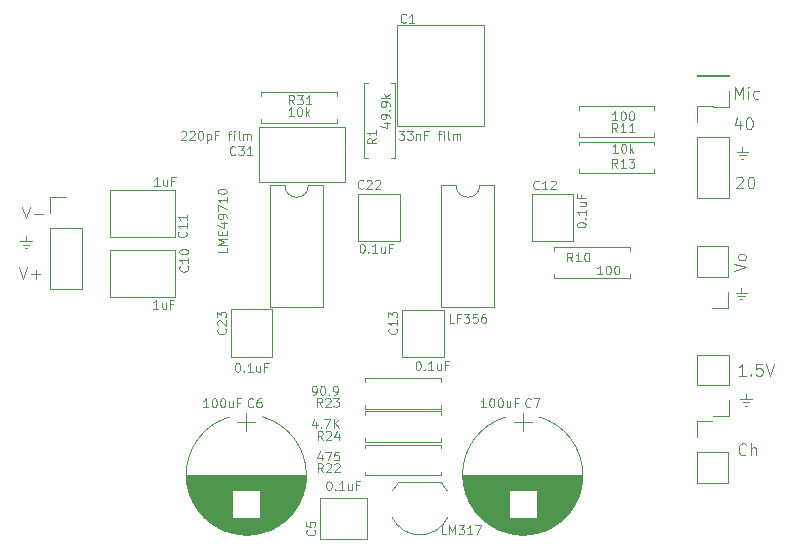
<source format=gto>
G04 #@! TF.FileFunction,Legend,Top*
%FSLAX46Y46*%
G04 Gerber Fmt 4.6, Leading zero omitted, Abs format (unit mm)*
G04 Created by KiCad (PCBNEW 4.0.7-e2-6376~60~ubuntu17.10.1) date Mon Dec 18 15:30:29 2017*
%MOMM*%
%LPD*%
G01*
G04 APERTURE LIST*
%ADD10C,0.100000*%
%ADD11C,0.120000*%
G04 APERTURE END LIST*
D10*
X87097619Y-119752381D02*
X87430952Y-120752381D01*
X87764286Y-119752381D01*
X88097619Y-120371429D02*
X88859524Y-120371429D01*
X88478572Y-120752381D02*
X88478572Y-119990476D01*
X147650000Y-105502381D02*
X147650000Y-104502381D01*
X147983334Y-105216667D01*
X148316667Y-104502381D01*
X148316667Y-105502381D01*
X148792857Y-105502381D02*
X148792857Y-104835714D01*
X148792857Y-104502381D02*
X148745238Y-104550000D01*
X148792857Y-104597619D01*
X148840476Y-104550000D01*
X148792857Y-104502381D01*
X148792857Y-104597619D01*
X149697619Y-105454762D02*
X149602381Y-105502381D01*
X149411904Y-105502381D01*
X149316666Y-105454762D01*
X149269047Y-105407143D01*
X149221428Y-105311905D01*
X149221428Y-105026190D01*
X149269047Y-104930952D01*
X149316666Y-104883333D01*
X149411904Y-104835714D01*
X149602381Y-104835714D01*
X149697619Y-104883333D01*
X148114286Y-107435714D02*
X148114286Y-108102381D01*
X147876190Y-107054762D02*
X147638095Y-107769048D01*
X148257143Y-107769048D01*
X148828571Y-107102381D02*
X148923810Y-107102381D01*
X149019048Y-107150000D01*
X149066667Y-107197619D01*
X149114286Y-107292857D01*
X149161905Y-107483333D01*
X149161905Y-107721429D01*
X149114286Y-107911905D01*
X149066667Y-108007143D01*
X149019048Y-108054762D01*
X148923810Y-108102381D01*
X148828571Y-108102381D01*
X148733333Y-108054762D01*
X148685714Y-108007143D01*
X148638095Y-107911905D01*
X148590476Y-107721429D01*
X148590476Y-107483333D01*
X148638095Y-107292857D01*
X148685714Y-107197619D01*
X148733333Y-107150000D01*
X148828571Y-107102381D01*
X147788095Y-112197619D02*
X147835714Y-112150000D01*
X147930952Y-112102381D01*
X148169048Y-112102381D01*
X148264286Y-112150000D01*
X148311905Y-112197619D01*
X148359524Y-112292857D01*
X148359524Y-112388095D01*
X148311905Y-112530952D01*
X147740476Y-113102381D01*
X148359524Y-113102381D01*
X148978571Y-112102381D02*
X149073810Y-112102381D01*
X149169048Y-112150000D01*
X149216667Y-112197619D01*
X149264286Y-112292857D01*
X149311905Y-112483333D01*
X149311905Y-112721429D01*
X149264286Y-112911905D01*
X149216667Y-113007143D01*
X149169048Y-113054762D01*
X149073810Y-113102381D01*
X148978571Y-113102381D01*
X148883333Y-113054762D01*
X148835714Y-113007143D01*
X148788095Y-112911905D01*
X148740476Y-112721429D01*
X148740476Y-112483333D01*
X148788095Y-112292857D01*
X148835714Y-112197619D01*
X148883333Y-112150000D01*
X148978571Y-112102381D01*
X87173810Y-117580952D02*
X88126191Y-117580952D01*
X87364286Y-117866667D02*
X87935715Y-117866667D01*
X87650001Y-117152381D02*
X87650001Y-117580952D01*
X87745239Y-118152381D02*
X87554763Y-118152381D01*
X148592858Y-128952381D02*
X148021429Y-128952381D01*
X148307143Y-128952381D02*
X148307143Y-127952381D01*
X148211905Y-128095238D01*
X148116667Y-128190476D01*
X148021429Y-128238095D01*
X149021429Y-128857143D02*
X149069048Y-128904762D01*
X149021429Y-128952381D01*
X148973810Y-128904762D01*
X149021429Y-128857143D01*
X149021429Y-128952381D01*
X149973810Y-127952381D02*
X149497619Y-127952381D01*
X149450000Y-128428571D01*
X149497619Y-128380952D01*
X149592857Y-128333333D01*
X149830953Y-128333333D01*
X149926191Y-128380952D01*
X149973810Y-128428571D01*
X150021429Y-128523810D01*
X150021429Y-128761905D01*
X149973810Y-128857143D01*
X149926191Y-128904762D01*
X149830953Y-128952381D01*
X149592857Y-128952381D01*
X149497619Y-128904762D01*
X149450000Y-128857143D01*
X150307143Y-127952381D02*
X150640476Y-128952381D01*
X150973810Y-127952381D01*
X147602381Y-120135714D02*
X148602381Y-119802381D01*
X147602381Y-119469047D01*
X148602381Y-118992857D02*
X148554762Y-119088095D01*
X148507143Y-119135714D01*
X148411905Y-119183333D01*
X148126190Y-119183333D01*
X148030952Y-119135714D01*
X147983333Y-119088095D01*
X147935714Y-118992857D01*
X147935714Y-118849999D01*
X147983333Y-118754761D01*
X148030952Y-118707142D01*
X148126190Y-118659523D01*
X148411905Y-118659523D01*
X148507143Y-118707142D01*
X148554762Y-118754761D01*
X148602381Y-118849999D01*
X148602381Y-118992857D01*
X147723810Y-121930952D02*
X148676191Y-121930952D01*
X147914286Y-122216667D02*
X148485715Y-122216667D01*
X148200001Y-121502381D02*
X148200001Y-121930952D01*
X148295239Y-122502381D02*
X148104763Y-122502381D01*
X147823810Y-110030952D02*
X148776191Y-110030952D01*
X148014286Y-110316667D02*
X148585715Y-110316667D01*
X148300001Y-109602381D02*
X148300001Y-110030952D01*
X148395239Y-110602381D02*
X148204763Y-110602381D01*
X148123810Y-130930952D02*
X149076191Y-130930952D01*
X148314286Y-131216667D02*
X148885715Y-131216667D01*
X148600001Y-130502381D02*
X148600001Y-130930952D01*
X148695239Y-131502381D02*
X148504763Y-131502381D01*
X148607143Y-135607143D02*
X148559524Y-135654762D01*
X148416667Y-135702381D01*
X148321429Y-135702381D01*
X148178571Y-135654762D01*
X148083333Y-135559524D01*
X148035714Y-135464286D01*
X147988095Y-135273810D01*
X147988095Y-135130952D01*
X148035714Y-134940476D01*
X148083333Y-134845238D01*
X148178571Y-134750000D01*
X148321429Y-134702381D01*
X148416667Y-134702381D01*
X148559524Y-134750000D01*
X148607143Y-134797619D01*
X149035714Y-135702381D02*
X149035714Y-134702381D01*
X149464286Y-135702381D02*
X149464286Y-135178571D01*
X149416667Y-135083333D01*
X149321429Y-135035714D01*
X149178571Y-135035714D01*
X149083333Y-135083333D01*
X149035714Y-135130952D01*
X87297619Y-114652381D02*
X87630952Y-115652381D01*
X87964286Y-114652381D01*
X88297619Y-115271429D02*
X89059524Y-115271429D01*
D11*
X123000000Y-127400000D02*
X123000000Y-123400000D01*
X119500000Y-127400000D02*
X123000000Y-127400000D01*
X119500000Y-123400000D02*
X123000000Y-123400000D01*
X119500000Y-127400000D02*
X119500000Y-123400000D01*
X107683264Y-142248437D02*
G75*
G03X107680000Y-132450643I-1383264J4898437D01*
G01*
X104916736Y-142248437D02*
G75*
G02X104920000Y-132450643I1383264J4898437D01*
G01*
X104916736Y-142248437D02*
G75*
G03X107680000Y-142249357I1383264J4898437D01*
G01*
X111350000Y-137350000D02*
X101250000Y-137350000D01*
X111350000Y-137390000D02*
X101250000Y-137390000D01*
X111350000Y-137430000D02*
X101250000Y-137430000D01*
X111349000Y-137470000D02*
X101251000Y-137470000D01*
X111348000Y-137510000D02*
X101252000Y-137510000D01*
X111347000Y-137550000D02*
X101253000Y-137550000D01*
X111345000Y-137590000D02*
X101255000Y-137590000D01*
X111343000Y-137630000D02*
X101257000Y-137630000D01*
X111340000Y-137670000D02*
X101260000Y-137670000D01*
X111338000Y-137710000D02*
X101262000Y-137710000D01*
X111335000Y-137750000D02*
X101265000Y-137750000D01*
X111331000Y-137790000D02*
X101269000Y-137790000D01*
X111328000Y-137830000D02*
X101272000Y-137830000D01*
X111324000Y-137870000D02*
X101276000Y-137870000D01*
X111320000Y-137910000D02*
X101280000Y-137910000D01*
X111315000Y-137950000D02*
X101285000Y-137950000D01*
X111310000Y-137990000D02*
X101290000Y-137990000D01*
X111305000Y-138030000D02*
X101295000Y-138030000D01*
X111299000Y-138071000D02*
X101301000Y-138071000D01*
X111293000Y-138111000D02*
X101307000Y-138111000D01*
X111287000Y-138151000D02*
X101313000Y-138151000D01*
X111281000Y-138191000D02*
X101319000Y-138191000D01*
X111274000Y-138231000D02*
X101326000Y-138231000D01*
X111267000Y-138271000D02*
X101333000Y-138271000D01*
X111259000Y-138311000D02*
X101341000Y-138311000D01*
X111251000Y-138351000D02*
X101349000Y-138351000D01*
X111243000Y-138391000D02*
X101357000Y-138391000D01*
X111235000Y-138431000D02*
X101365000Y-138431000D01*
X111226000Y-138471000D02*
X101374000Y-138471000D01*
X111217000Y-138511000D02*
X101383000Y-138511000D01*
X111207000Y-138551000D02*
X101393000Y-138551000D01*
X111197000Y-138591000D02*
X101403000Y-138591000D01*
X111187000Y-138631000D02*
X101413000Y-138631000D01*
X111176000Y-138671000D02*
X107481000Y-138671000D01*
X105119000Y-138671000D02*
X101424000Y-138671000D01*
X111165000Y-138711000D02*
X107481000Y-138711000D01*
X105119000Y-138711000D02*
X101435000Y-138711000D01*
X111154000Y-138751000D02*
X107481000Y-138751000D01*
X105119000Y-138751000D02*
X101446000Y-138751000D01*
X111143000Y-138791000D02*
X107481000Y-138791000D01*
X105119000Y-138791000D02*
X101457000Y-138791000D01*
X111131000Y-138831000D02*
X107481000Y-138831000D01*
X105119000Y-138831000D02*
X101469000Y-138831000D01*
X111118000Y-138871000D02*
X107481000Y-138871000D01*
X105119000Y-138871000D02*
X101482000Y-138871000D01*
X111106000Y-138911000D02*
X107481000Y-138911000D01*
X105119000Y-138911000D02*
X101494000Y-138911000D01*
X111092000Y-138951000D02*
X107481000Y-138951000D01*
X105119000Y-138951000D02*
X101508000Y-138951000D01*
X111079000Y-138991000D02*
X107481000Y-138991000D01*
X105119000Y-138991000D02*
X101521000Y-138991000D01*
X111065000Y-139031000D02*
X107481000Y-139031000D01*
X105119000Y-139031000D02*
X101535000Y-139031000D01*
X111051000Y-139071000D02*
X107481000Y-139071000D01*
X105119000Y-139071000D02*
X101549000Y-139071000D01*
X111037000Y-139111000D02*
X107481000Y-139111000D01*
X105119000Y-139111000D02*
X101563000Y-139111000D01*
X111022000Y-139151000D02*
X107481000Y-139151000D01*
X105119000Y-139151000D02*
X101578000Y-139151000D01*
X111006000Y-139191000D02*
X107481000Y-139191000D01*
X105119000Y-139191000D02*
X101594000Y-139191000D01*
X110991000Y-139231000D02*
X107481000Y-139231000D01*
X105119000Y-139231000D02*
X101609000Y-139231000D01*
X110974000Y-139271000D02*
X107481000Y-139271000D01*
X105119000Y-139271000D02*
X101626000Y-139271000D01*
X110958000Y-139311000D02*
X107481000Y-139311000D01*
X105119000Y-139311000D02*
X101642000Y-139311000D01*
X110941000Y-139351000D02*
X107481000Y-139351000D01*
X105119000Y-139351000D02*
X101659000Y-139351000D01*
X110924000Y-139391000D02*
X107481000Y-139391000D01*
X105119000Y-139391000D02*
X101676000Y-139391000D01*
X110906000Y-139431000D02*
X107481000Y-139431000D01*
X105119000Y-139431000D02*
X101694000Y-139431000D01*
X110888000Y-139471000D02*
X107481000Y-139471000D01*
X105119000Y-139471000D02*
X101712000Y-139471000D01*
X110869000Y-139511000D02*
X107481000Y-139511000D01*
X105119000Y-139511000D02*
X101731000Y-139511000D01*
X110850000Y-139551000D02*
X107481000Y-139551000D01*
X105119000Y-139551000D02*
X101750000Y-139551000D01*
X110831000Y-139591000D02*
X107481000Y-139591000D01*
X105119000Y-139591000D02*
X101769000Y-139591000D01*
X110811000Y-139631000D02*
X107481000Y-139631000D01*
X105119000Y-139631000D02*
X101789000Y-139631000D01*
X110791000Y-139671000D02*
X107481000Y-139671000D01*
X105119000Y-139671000D02*
X101809000Y-139671000D01*
X110770000Y-139711000D02*
X107481000Y-139711000D01*
X105119000Y-139711000D02*
X101830000Y-139711000D01*
X110749000Y-139751000D02*
X107481000Y-139751000D01*
X105119000Y-139751000D02*
X101851000Y-139751000D01*
X110728000Y-139791000D02*
X107481000Y-139791000D01*
X105119000Y-139791000D02*
X101872000Y-139791000D01*
X110705000Y-139831000D02*
X107481000Y-139831000D01*
X105119000Y-139831000D02*
X101895000Y-139831000D01*
X110683000Y-139871000D02*
X107481000Y-139871000D01*
X105119000Y-139871000D02*
X101917000Y-139871000D01*
X110660000Y-139911000D02*
X107481000Y-139911000D01*
X105119000Y-139911000D02*
X101940000Y-139911000D01*
X110636000Y-139951000D02*
X107481000Y-139951000D01*
X105119000Y-139951000D02*
X101964000Y-139951000D01*
X110612000Y-139991000D02*
X107481000Y-139991000D01*
X105119000Y-139991000D02*
X101988000Y-139991000D01*
X110588000Y-140031000D02*
X107481000Y-140031000D01*
X105119000Y-140031000D02*
X102012000Y-140031000D01*
X110563000Y-140071000D02*
X107481000Y-140071000D01*
X105119000Y-140071000D02*
X102037000Y-140071000D01*
X110537000Y-140111000D02*
X107481000Y-140111000D01*
X105119000Y-140111000D02*
X102063000Y-140111000D01*
X110511000Y-140151000D02*
X107481000Y-140151000D01*
X105119000Y-140151000D02*
X102089000Y-140151000D01*
X110485000Y-140191000D02*
X107481000Y-140191000D01*
X105119000Y-140191000D02*
X102115000Y-140191000D01*
X110457000Y-140231000D02*
X107481000Y-140231000D01*
X105119000Y-140231000D02*
X102143000Y-140231000D01*
X110430000Y-140271000D02*
X107481000Y-140271000D01*
X105119000Y-140271000D02*
X102170000Y-140271000D01*
X110401000Y-140311000D02*
X107481000Y-140311000D01*
X105119000Y-140311000D02*
X102199000Y-140311000D01*
X110372000Y-140351000D02*
X107481000Y-140351000D01*
X105119000Y-140351000D02*
X102228000Y-140351000D01*
X110343000Y-140391000D02*
X107481000Y-140391000D01*
X105119000Y-140391000D02*
X102257000Y-140391000D01*
X110313000Y-140431000D02*
X107481000Y-140431000D01*
X105119000Y-140431000D02*
X102287000Y-140431000D01*
X110282000Y-140471000D02*
X107481000Y-140471000D01*
X105119000Y-140471000D02*
X102318000Y-140471000D01*
X110251000Y-140511000D02*
X107481000Y-140511000D01*
X105119000Y-140511000D02*
X102349000Y-140511000D01*
X110219000Y-140551000D02*
X107481000Y-140551000D01*
X105119000Y-140551000D02*
X102381000Y-140551000D01*
X110186000Y-140591000D02*
X107481000Y-140591000D01*
X105119000Y-140591000D02*
X102414000Y-140591000D01*
X110153000Y-140631000D02*
X107481000Y-140631000D01*
X105119000Y-140631000D02*
X102447000Y-140631000D01*
X110119000Y-140671000D02*
X107481000Y-140671000D01*
X105119000Y-140671000D02*
X102481000Y-140671000D01*
X110084000Y-140711000D02*
X107481000Y-140711000D01*
X105119000Y-140711000D02*
X102516000Y-140711000D01*
X110048000Y-140751000D02*
X107481000Y-140751000D01*
X105119000Y-140751000D02*
X102552000Y-140751000D01*
X110012000Y-140791000D02*
X107481000Y-140791000D01*
X105119000Y-140791000D02*
X102588000Y-140791000D01*
X109975000Y-140831000D02*
X107481000Y-140831000D01*
X105119000Y-140831000D02*
X102625000Y-140831000D01*
X109937000Y-140871000D02*
X107481000Y-140871000D01*
X105119000Y-140871000D02*
X102663000Y-140871000D01*
X109898000Y-140911000D02*
X107481000Y-140911000D01*
X105119000Y-140911000D02*
X102702000Y-140911000D01*
X109859000Y-140951000D02*
X107481000Y-140951000D01*
X105119000Y-140951000D02*
X102741000Y-140951000D01*
X109818000Y-140991000D02*
X107481000Y-140991000D01*
X105119000Y-140991000D02*
X102782000Y-140991000D01*
X109777000Y-141031000D02*
X102823000Y-141031000D01*
X109735000Y-141071000D02*
X102865000Y-141071000D01*
X109691000Y-141111000D02*
X102909000Y-141111000D01*
X109647000Y-141151000D02*
X102953000Y-141151000D01*
X109602000Y-141191000D02*
X102998000Y-141191000D01*
X109555000Y-141231000D02*
X103045000Y-141231000D01*
X109507000Y-141271000D02*
X103093000Y-141271000D01*
X109458000Y-141311000D02*
X103142000Y-141311000D01*
X109408000Y-141351000D02*
X103192000Y-141351000D01*
X109357000Y-141391000D02*
X103243000Y-141391000D01*
X109304000Y-141431000D02*
X103296000Y-141431000D01*
X109249000Y-141471000D02*
X103351000Y-141471000D01*
X109194000Y-141511000D02*
X103406000Y-141511000D01*
X109136000Y-141551000D02*
X103464000Y-141551000D01*
X109077000Y-141591000D02*
X103523000Y-141591000D01*
X109015000Y-141631000D02*
X103585000Y-141631000D01*
X108952000Y-141671000D02*
X103648000Y-141671000D01*
X108887000Y-141711000D02*
X103713000Y-141711000D01*
X108819000Y-141751000D02*
X103781000Y-141751000D01*
X108749000Y-141791000D02*
X103851000Y-141791000D01*
X108677000Y-141831000D02*
X103923000Y-141831000D01*
X108601000Y-141871000D02*
X103999000Y-141871000D01*
X108522000Y-141911000D02*
X104078000Y-141911000D01*
X108440000Y-141951000D02*
X104160000Y-141951000D01*
X108353000Y-141991000D02*
X104247000Y-141991000D01*
X108262000Y-142031000D02*
X104338000Y-142031000D01*
X108166000Y-142071000D02*
X104434000Y-142071000D01*
X108063000Y-142111000D02*
X104537000Y-142111000D01*
X107954000Y-142151000D02*
X104646000Y-142151000D01*
X107836000Y-142191000D02*
X104764000Y-142191000D01*
X107707000Y-142231000D02*
X104893000Y-142231000D01*
X107565000Y-142271000D02*
X105035000Y-142271000D01*
X107404000Y-142311000D02*
X105196000Y-142311000D01*
X107213000Y-142351000D02*
X105387000Y-142351000D01*
X106972000Y-142391000D02*
X105628000Y-142391000D01*
X106579000Y-142431000D02*
X106021000Y-142431000D01*
X106300000Y-132150000D02*
X106300000Y-133650000D01*
X107050000Y-132900000D02*
X105550000Y-132900000D01*
X131083264Y-142248437D02*
G75*
G03X131080000Y-132450643I-1383264J4898437D01*
G01*
X128316736Y-142248437D02*
G75*
G02X128320000Y-132450643I1383264J4898437D01*
G01*
X128316736Y-142248437D02*
G75*
G03X131080000Y-142249357I1383264J4898437D01*
G01*
X134750000Y-137350000D02*
X124650000Y-137350000D01*
X134750000Y-137390000D02*
X124650000Y-137390000D01*
X134750000Y-137430000D02*
X124650000Y-137430000D01*
X134749000Y-137470000D02*
X124651000Y-137470000D01*
X134748000Y-137510000D02*
X124652000Y-137510000D01*
X134747000Y-137550000D02*
X124653000Y-137550000D01*
X134745000Y-137590000D02*
X124655000Y-137590000D01*
X134743000Y-137630000D02*
X124657000Y-137630000D01*
X134740000Y-137670000D02*
X124660000Y-137670000D01*
X134738000Y-137710000D02*
X124662000Y-137710000D01*
X134735000Y-137750000D02*
X124665000Y-137750000D01*
X134731000Y-137790000D02*
X124669000Y-137790000D01*
X134728000Y-137830000D02*
X124672000Y-137830000D01*
X134724000Y-137870000D02*
X124676000Y-137870000D01*
X134720000Y-137910000D02*
X124680000Y-137910000D01*
X134715000Y-137950000D02*
X124685000Y-137950000D01*
X134710000Y-137990000D02*
X124690000Y-137990000D01*
X134705000Y-138030000D02*
X124695000Y-138030000D01*
X134699000Y-138071000D02*
X124701000Y-138071000D01*
X134693000Y-138111000D02*
X124707000Y-138111000D01*
X134687000Y-138151000D02*
X124713000Y-138151000D01*
X134681000Y-138191000D02*
X124719000Y-138191000D01*
X134674000Y-138231000D02*
X124726000Y-138231000D01*
X134667000Y-138271000D02*
X124733000Y-138271000D01*
X134659000Y-138311000D02*
X124741000Y-138311000D01*
X134651000Y-138351000D02*
X124749000Y-138351000D01*
X134643000Y-138391000D02*
X124757000Y-138391000D01*
X134635000Y-138431000D02*
X124765000Y-138431000D01*
X134626000Y-138471000D02*
X124774000Y-138471000D01*
X134617000Y-138511000D02*
X124783000Y-138511000D01*
X134607000Y-138551000D02*
X124793000Y-138551000D01*
X134597000Y-138591000D02*
X124803000Y-138591000D01*
X134587000Y-138631000D02*
X124813000Y-138631000D01*
X134576000Y-138671000D02*
X130881000Y-138671000D01*
X128519000Y-138671000D02*
X124824000Y-138671000D01*
X134565000Y-138711000D02*
X130881000Y-138711000D01*
X128519000Y-138711000D02*
X124835000Y-138711000D01*
X134554000Y-138751000D02*
X130881000Y-138751000D01*
X128519000Y-138751000D02*
X124846000Y-138751000D01*
X134543000Y-138791000D02*
X130881000Y-138791000D01*
X128519000Y-138791000D02*
X124857000Y-138791000D01*
X134531000Y-138831000D02*
X130881000Y-138831000D01*
X128519000Y-138831000D02*
X124869000Y-138831000D01*
X134518000Y-138871000D02*
X130881000Y-138871000D01*
X128519000Y-138871000D02*
X124882000Y-138871000D01*
X134506000Y-138911000D02*
X130881000Y-138911000D01*
X128519000Y-138911000D02*
X124894000Y-138911000D01*
X134492000Y-138951000D02*
X130881000Y-138951000D01*
X128519000Y-138951000D02*
X124908000Y-138951000D01*
X134479000Y-138991000D02*
X130881000Y-138991000D01*
X128519000Y-138991000D02*
X124921000Y-138991000D01*
X134465000Y-139031000D02*
X130881000Y-139031000D01*
X128519000Y-139031000D02*
X124935000Y-139031000D01*
X134451000Y-139071000D02*
X130881000Y-139071000D01*
X128519000Y-139071000D02*
X124949000Y-139071000D01*
X134437000Y-139111000D02*
X130881000Y-139111000D01*
X128519000Y-139111000D02*
X124963000Y-139111000D01*
X134422000Y-139151000D02*
X130881000Y-139151000D01*
X128519000Y-139151000D02*
X124978000Y-139151000D01*
X134406000Y-139191000D02*
X130881000Y-139191000D01*
X128519000Y-139191000D02*
X124994000Y-139191000D01*
X134391000Y-139231000D02*
X130881000Y-139231000D01*
X128519000Y-139231000D02*
X125009000Y-139231000D01*
X134374000Y-139271000D02*
X130881000Y-139271000D01*
X128519000Y-139271000D02*
X125026000Y-139271000D01*
X134358000Y-139311000D02*
X130881000Y-139311000D01*
X128519000Y-139311000D02*
X125042000Y-139311000D01*
X134341000Y-139351000D02*
X130881000Y-139351000D01*
X128519000Y-139351000D02*
X125059000Y-139351000D01*
X134324000Y-139391000D02*
X130881000Y-139391000D01*
X128519000Y-139391000D02*
X125076000Y-139391000D01*
X134306000Y-139431000D02*
X130881000Y-139431000D01*
X128519000Y-139431000D02*
X125094000Y-139431000D01*
X134288000Y-139471000D02*
X130881000Y-139471000D01*
X128519000Y-139471000D02*
X125112000Y-139471000D01*
X134269000Y-139511000D02*
X130881000Y-139511000D01*
X128519000Y-139511000D02*
X125131000Y-139511000D01*
X134250000Y-139551000D02*
X130881000Y-139551000D01*
X128519000Y-139551000D02*
X125150000Y-139551000D01*
X134231000Y-139591000D02*
X130881000Y-139591000D01*
X128519000Y-139591000D02*
X125169000Y-139591000D01*
X134211000Y-139631000D02*
X130881000Y-139631000D01*
X128519000Y-139631000D02*
X125189000Y-139631000D01*
X134191000Y-139671000D02*
X130881000Y-139671000D01*
X128519000Y-139671000D02*
X125209000Y-139671000D01*
X134170000Y-139711000D02*
X130881000Y-139711000D01*
X128519000Y-139711000D02*
X125230000Y-139711000D01*
X134149000Y-139751000D02*
X130881000Y-139751000D01*
X128519000Y-139751000D02*
X125251000Y-139751000D01*
X134128000Y-139791000D02*
X130881000Y-139791000D01*
X128519000Y-139791000D02*
X125272000Y-139791000D01*
X134105000Y-139831000D02*
X130881000Y-139831000D01*
X128519000Y-139831000D02*
X125295000Y-139831000D01*
X134083000Y-139871000D02*
X130881000Y-139871000D01*
X128519000Y-139871000D02*
X125317000Y-139871000D01*
X134060000Y-139911000D02*
X130881000Y-139911000D01*
X128519000Y-139911000D02*
X125340000Y-139911000D01*
X134036000Y-139951000D02*
X130881000Y-139951000D01*
X128519000Y-139951000D02*
X125364000Y-139951000D01*
X134012000Y-139991000D02*
X130881000Y-139991000D01*
X128519000Y-139991000D02*
X125388000Y-139991000D01*
X133988000Y-140031000D02*
X130881000Y-140031000D01*
X128519000Y-140031000D02*
X125412000Y-140031000D01*
X133963000Y-140071000D02*
X130881000Y-140071000D01*
X128519000Y-140071000D02*
X125437000Y-140071000D01*
X133937000Y-140111000D02*
X130881000Y-140111000D01*
X128519000Y-140111000D02*
X125463000Y-140111000D01*
X133911000Y-140151000D02*
X130881000Y-140151000D01*
X128519000Y-140151000D02*
X125489000Y-140151000D01*
X133885000Y-140191000D02*
X130881000Y-140191000D01*
X128519000Y-140191000D02*
X125515000Y-140191000D01*
X133857000Y-140231000D02*
X130881000Y-140231000D01*
X128519000Y-140231000D02*
X125543000Y-140231000D01*
X133830000Y-140271000D02*
X130881000Y-140271000D01*
X128519000Y-140271000D02*
X125570000Y-140271000D01*
X133801000Y-140311000D02*
X130881000Y-140311000D01*
X128519000Y-140311000D02*
X125599000Y-140311000D01*
X133772000Y-140351000D02*
X130881000Y-140351000D01*
X128519000Y-140351000D02*
X125628000Y-140351000D01*
X133743000Y-140391000D02*
X130881000Y-140391000D01*
X128519000Y-140391000D02*
X125657000Y-140391000D01*
X133713000Y-140431000D02*
X130881000Y-140431000D01*
X128519000Y-140431000D02*
X125687000Y-140431000D01*
X133682000Y-140471000D02*
X130881000Y-140471000D01*
X128519000Y-140471000D02*
X125718000Y-140471000D01*
X133651000Y-140511000D02*
X130881000Y-140511000D01*
X128519000Y-140511000D02*
X125749000Y-140511000D01*
X133619000Y-140551000D02*
X130881000Y-140551000D01*
X128519000Y-140551000D02*
X125781000Y-140551000D01*
X133586000Y-140591000D02*
X130881000Y-140591000D01*
X128519000Y-140591000D02*
X125814000Y-140591000D01*
X133553000Y-140631000D02*
X130881000Y-140631000D01*
X128519000Y-140631000D02*
X125847000Y-140631000D01*
X133519000Y-140671000D02*
X130881000Y-140671000D01*
X128519000Y-140671000D02*
X125881000Y-140671000D01*
X133484000Y-140711000D02*
X130881000Y-140711000D01*
X128519000Y-140711000D02*
X125916000Y-140711000D01*
X133448000Y-140751000D02*
X130881000Y-140751000D01*
X128519000Y-140751000D02*
X125952000Y-140751000D01*
X133412000Y-140791000D02*
X130881000Y-140791000D01*
X128519000Y-140791000D02*
X125988000Y-140791000D01*
X133375000Y-140831000D02*
X130881000Y-140831000D01*
X128519000Y-140831000D02*
X126025000Y-140831000D01*
X133337000Y-140871000D02*
X130881000Y-140871000D01*
X128519000Y-140871000D02*
X126063000Y-140871000D01*
X133298000Y-140911000D02*
X130881000Y-140911000D01*
X128519000Y-140911000D02*
X126102000Y-140911000D01*
X133259000Y-140951000D02*
X130881000Y-140951000D01*
X128519000Y-140951000D02*
X126141000Y-140951000D01*
X133218000Y-140991000D02*
X130881000Y-140991000D01*
X128519000Y-140991000D02*
X126182000Y-140991000D01*
X133177000Y-141031000D02*
X126223000Y-141031000D01*
X133135000Y-141071000D02*
X126265000Y-141071000D01*
X133091000Y-141111000D02*
X126309000Y-141111000D01*
X133047000Y-141151000D02*
X126353000Y-141151000D01*
X133002000Y-141191000D02*
X126398000Y-141191000D01*
X132955000Y-141231000D02*
X126445000Y-141231000D01*
X132907000Y-141271000D02*
X126493000Y-141271000D01*
X132858000Y-141311000D02*
X126542000Y-141311000D01*
X132808000Y-141351000D02*
X126592000Y-141351000D01*
X132757000Y-141391000D02*
X126643000Y-141391000D01*
X132704000Y-141431000D02*
X126696000Y-141431000D01*
X132649000Y-141471000D02*
X126751000Y-141471000D01*
X132594000Y-141511000D02*
X126806000Y-141511000D01*
X132536000Y-141551000D02*
X126864000Y-141551000D01*
X132477000Y-141591000D02*
X126923000Y-141591000D01*
X132415000Y-141631000D02*
X126985000Y-141631000D01*
X132352000Y-141671000D02*
X127048000Y-141671000D01*
X132287000Y-141711000D02*
X127113000Y-141711000D01*
X132219000Y-141751000D02*
X127181000Y-141751000D01*
X132149000Y-141791000D02*
X127251000Y-141791000D01*
X132077000Y-141831000D02*
X127323000Y-141831000D01*
X132001000Y-141871000D02*
X127399000Y-141871000D01*
X131922000Y-141911000D02*
X127478000Y-141911000D01*
X131840000Y-141951000D02*
X127560000Y-141951000D01*
X131753000Y-141991000D02*
X127647000Y-141991000D01*
X131662000Y-142031000D02*
X127738000Y-142031000D01*
X131566000Y-142071000D02*
X127834000Y-142071000D01*
X131463000Y-142111000D02*
X127937000Y-142111000D01*
X131354000Y-142151000D02*
X128046000Y-142151000D01*
X131236000Y-142191000D02*
X128164000Y-142191000D01*
X131107000Y-142231000D02*
X128293000Y-142231000D01*
X130965000Y-142271000D02*
X128435000Y-142271000D01*
X130804000Y-142311000D02*
X128596000Y-142311000D01*
X130613000Y-142351000D02*
X128787000Y-142351000D01*
X130372000Y-142391000D02*
X129028000Y-142391000D01*
X129979000Y-142431000D02*
X129421000Y-142431000D01*
X129700000Y-132150000D02*
X129700000Y-133650000D01*
X130450000Y-132900000D02*
X128950000Y-132900000D01*
X114660000Y-112560000D02*
X107340000Y-112560000D01*
X114660000Y-107940000D02*
X107340000Y-107940000D01*
X114660000Y-112560000D02*
X114660000Y-107940000D01*
X107340000Y-112560000D02*
X107340000Y-107940000D01*
X144470000Y-108770000D02*
X144470000Y-113910000D01*
X144470000Y-113910000D02*
X147130000Y-113910000D01*
X147130000Y-113910000D02*
X147130000Y-108770000D01*
X147130000Y-108770000D02*
X144470000Y-108770000D01*
X144470000Y-107500000D02*
X144470000Y-106170000D01*
X144470000Y-106170000D02*
X145800000Y-106170000D01*
X111560000Y-112850000D02*
G75*
G02X109560000Y-112850000I-1000000J0D01*
G01*
X109560000Y-112850000D02*
X108310000Y-112850000D01*
X108310000Y-112850000D02*
X108310000Y-123130000D01*
X108310000Y-123130000D02*
X112810000Y-123130000D01*
X112810000Y-123130000D02*
X112810000Y-112850000D01*
X112810000Y-112850000D02*
X111560000Y-112850000D01*
X126060000Y-112850000D02*
G75*
G02X124060000Y-112850000I-1000000J0D01*
G01*
X124060000Y-112850000D02*
X122810000Y-112850000D01*
X122810000Y-112850000D02*
X122810000Y-123130000D01*
X122810000Y-123130000D02*
X127310000Y-123130000D01*
X127310000Y-123130000D02*
X127310000Y-112850000D01*
X127310000Y-112850000D02*
X126060000Y-112850000D01*
X147080000Y-120620000D02*
X147080000Y-118020000D01*
X147080000Y-118020000D02*
X144420000Y-118020000D01*
X144420000Y-118020000D02*
X144420000Y-120620000D01*
X144420000Y-120620000D02*
X147080000Y-120620000D01*
X147080000Y-121890000D02*
X147080000Y-123220000D01*
X147080000Y-123220000D02*
X145750000Y-123220000D01*
X147130000Y-129770000D02*
X147130000Y-127170000D01*
X147130000Y-127170000D02*
X144470000Y-127170000D01*
X144470000Y-127170000D02*
X144470000Y-129770000D01*
X144470000Y-129770000D02*
X147130000Y-129770000D01*
X147130000Y-131040000D02*
X147130000Y-132370000D01*
X147130000Y-132370000D02*
X145800000Y-132370000D01*
X147130000Y-103580000D02*
X147130000Y-103520000D01*
X147130000Y-103520000D02*
X144470000Y-103520000D01*
X144470000Y-103520000D02*
X144470000Y-103580000D01*
X144470000Y-103580000D02*
X147130000Y-103580000D01*
X147130000Y-104850000D02*
X147130000Y-106180000D01*
X147130000Y-106180000D02*
X145800000Y-106180000D01*
X116570000Y-110570000D02*
X116240000Y-110570000D01*
X116240000Y-110570000D02*
X116240000Y-104150000D01*
X116240000Y-104150000D02*
X116570000Y-104150000D01*
X118530000Y-110570000D02*
X118860000Y-110570000D01*
X118860000Y-110570000D02*
X118860000Y-104150000D01*
X118860000Y-104150000D02*
X118530000Y-104150000D01*
X132330000Y-118370000D02*
X132330000Y-118040000D01*
X132330000Y-118040000D02*
X138750000Y-118040000D01*
X138750000Y-118040000D02*
X138750000Y-118370000D01*
X132330000Y-120330000D02*
X132330000Y-120660000D01*
X132330000Y-120660000D02*
X138750000Y-120660000D01*
X138750000Y-120660000D02*
X138750000Y-120330000D01*
X140850000Y-108430000D02*
X140850000Y-108760000D01*
X140850000Y-108760000D02*
X134430000Y-108760000D01*
X134430000Y-108760000D02*
X134430000Y-108430000D01*
X140850000Y-106470000D02*
X140850000Y-106140000D01*
X140850000Y-106140000D02*
X134430000Y-106140000D01*
X134430000Y-106140000D02*
X134430000Y-106470000D01*
X140850000Y-111430000D02*
X140850000Y-111760000D01*
X140850000Y-111760000D02*
X134430000Y-111760000D01*
X134430000Y-111760000D02*
X134430000Y-111430000D01*
X140850000Y-109470000D02*
X140850000Y-109140000D01*
X140850000Y-109140000D02*
X134430000Y-109140000D01*
X134430000Y-109140000D02*
X134430000Y-109470000D01*
X122800000Y-137080000D02*
X122800000Y-137410000D01*
X122800000Y-137410000D02*
X116380000Y-137410000D01*
X116380000Y-137410000D02*
X116380000Y-137080000D01*
X122800000Y-135120000D02*
X122800000Y-134790000D01*
X122800000Y-134790000D02*
X116380000Y-134790000D01*
X116380000Y-134790000D02*
X116380000Y-135120000D01*
X122750000Y-131430000D02*
X122750000Y-131760000D01*
X122750000Y-131760000D02*
X116330000Y-131760000D01*
X116330000Y-131760000D02*
X116330000Y-131430000D01*
X122750000Y-129470000D02*
X122750000Y-129140000D01*
X122750000Y-129140000D02*
X116330000Y-129140000D01*
X116330000Y-129140000D02*
X116330000Y-129470000D01*
X116350000Y-132320000D02*
X116350000Y-131990000D01*
X116350000Y-131990000D02*
X122770000Y-131990000D01*
X122770000Y-131990000D02*
X122770000Y-132320000D01*
X116350000Y-134280000D02*
X116350000Y-134610000D01*
X116350000Y-134610000D02*
X122770000Y-134610000D01*
X122770000Y-134610000D02*
X122770000Y-134280000D01*
X107530000Y-105270000D02*
X107530000Y-104940000D01*
X107530000Y-104940000D02*
X113950000Y-104940000D01*
X113950000Y-104940000D02*
X113950000Y-105270000D01*
X107530000Y-107230000D02*
X107530000Y-107560000D01*
X107530000Y-107560000D02*
X113950000Y-107560000D01*
X113950000Y-107560000D02*
X113950000Y-107230000D01*
X122800000Y-138000000D02*
X119200000Y-138000000D01*
X123324184Y-138727205D02*
G75*
G03X122800000Y-138000000I-2324184J-1122795D01*
G01*
X123356400Y-140948807D02*
G75*
G02X121000000Y-142450000I-2356400J1098807D01*
G01*
X118643600Y-140948807D02*
G75*
G03X121000000Y-142450000I2356400J1098807D01*
G01*
X118675816Y-138727205D02*
G75*
G02X119200000Y-138000000I2324184J-1122795D01*
G01*
X119090000Y-99240000D02*
X126410000Y-99240000D01*
X119090000Y-107860000D02*
X126410000Y-107860000D01*
X119090000Y-99240000D02*
X119090000Y-107860000D01*
X126410000Y-99240000D02*
X126410000Y-107860000D01*
X116500000Y-139300000D02*
X112500000Y-139300000D01*
X116500000Y-142800000D02*
X116500000Y-139300000D01*
X112500000Y-142800000D02*
X112500000Y-139300000D01*
X116500000Y-142800000D02*
X112500000Y-142800000D01*
X94800000Y-122300000D02*
X100300000Y-122300000D01*
X94800000Y-118300000D02*
X94800000Y-122300000D01*
X100300000Y-118300000D02*
X100300000Y-122300000D01*
X94800000Y-118300000D02*
X100300000Y-118300000D01*
X94800000Y-117200000D02*
X100300000Y-117200000D01*
X94800000Y-113200000D02*
X94800000Y-117200000D01*
X100300000Y-113200000D02*
X100300000Y-117200000D01*
X94800000Y-113200000D02*
X100300000Y-113200000D01*
X130500000Y-113550000D02*
X130500000Y-117550000D01*
X134000000Y-113550000D02*
X130500000Y-113550000D01*
X134000000Y-117550000D02*
X130500000Y-117550000D01*
X134000000Y-113550000D02*
X134000000Y-117550000D01*
X115800000Y-113550000D02*
X115800000Y-117550000D01*
X119300000Y-113550000D02*
X115800000Y-113550000D01*
X119300000Y-117550000D02*
X115800000Y-117550000D01*
X119300000Y-113550000D02*
X119300000Y-117550000D01*
X108500000Y-127350000D02*
X108500000Y-123350000D01*
X105000000Y-127350000D02*
X108500000Y-127350000D01*
X105000000Y-123350000D02*
X108500000Y-123350000D01*
X105000000Y-127350000D02*
X105000000Y-123350000D01*
X89720000Y-116470000D02*
X89720000Y-121610000D01*
X89720000Y-121610000D02*
X92380000Y-121610000D01*
X92380000Y-121610000D02*
X92380000Y-116470000D01*
X92380000Y-116470000D02*
X89720000Y-116470000D01*
X89720000Y-115200000D02*
X89720000Y-113870000D01*
X89720000Y-113870000D02*
X91050000Y-113870000D01*
X144420000Y-135430000D02*
X144420000Y-138030000D01*
X144420000Y-138030000D02*
X147080000Y-138030000D01*
X147080000Y-138030000D02*
X147080000Y-135430000D01*
X147080000Y-135430000D02*
X144420000Y-135430000D01*
X144420000Y-134160000D02*
X144420000Y-132830000D01*
X144420000Y-132830000D02*
X145750000Y-132830000D01*
D10*
X119017857Y-124982143D02*
X119053571Y-125017857D01*
X119089286Y-125125000D01*
X119089286Y-125196429D01*
X119053571Y-125303572D01*
X118982143Y-125375000D01*
X118910714Y-125410715D01*
X118767857Y-125446429D01*
X118660714Y-125446429D01*
X118517857Y-125410715D01*
X118446429Y-125375000D01*
X118375000Y-125303572D01*
X118339286Y-125196429D01*
X118339286Y-125125000D01*
X118375000Y-125017857D01*
X118410714Y-124982143D01*
X119089286Y-124267857D02*
X119089286Y-124696429D01*
X119089286Y-124482143D02*
X118339286Y-124482143D01*
X118446429Y-124553572D01*
X118517857Y-124625000D01*
X118553571Y-124696429D01*
X118339286Y-124017857D02*
X118339286Y-123553571D01*
X118625000Y-123803571D01*
X118625000Y-123696429D01*
X118660714Y-123625000D01*
X118696429Y-123589286D01*
X118767857Y-123553571D01*
X118946429Y-123553571D01*
X119017857Y-123589286D01*
X119053571Y-123625000D01*
X119089286Y-123696429D01*
X119089286Y-123910714D01*
X119053571Y-123982143D01*
X119017857Y-124017857D01*
X120817858Y-127739286D02*
X120889286Y-127739286D01*
X120960715Y-127775000D01*
X120996429Y-127810714D01*
X121032143Y-127882143D01*
X121067858Y-128025000D01*
X121067858Y-128203571D01*
X121032143Y-128346429D01*
X120996429Y-128417857D01*
X120960715Y-128453571D01*
X120889286Y-128489286D01*
X120817858Y-128489286D01*
X120746429Y-128453571D01*
X120710715Y-128417857D01*
X120675000Y-128346429D01*
X120639286Y-128203571D01*
X120639286Y-128025000D01*
X120675000Y-127882143D01*
X120710715Y-127810714D01*
X120746429Y-127775000D01*
X120817858Y-127739286D01*
X121389286Y-128417857D02*
X121425001Y-128453571D01*
X121389286Y-128489286D01*
X121353572Y-128453571D01*
X121389286Y-128417857D01*
X121389286Y-128489286D01*
X122139287Y-128489286D02*
X121710715Y-128489286D01*
X121925001Y-128489286D02*
X121925001Y-127739286D01*
X121853572Y-127846429D01*
X121782144Y-127917857D01*
X121710715Y-127953571D01*
X122782144Y-127989286D02*
X122782144Y-128489286D01*
X122460715Y-127989286D02*
X122460715Y-128382143D01*
X122496430Y-128453571D01*
X122567858Y-128489286D01*
X122675001Y-128489286D01*
X122746430Y-128453571D01*
X122782144Y-128417857D01*
X123389286Y-128096429D02*
X123139286Y-128096429D01*
X123139286Y-128489286D02*
X123139286Y-127739286D01*
X123496429Y-127739286D01*
X106875000Y-131567857D02*
X106839286Y-131603571D01*
X106732143Y-131639286D01*
X106660714Y-131639286D01*
X106553571Y-131603571D01*
X106482143Y-131532143D01*
X106446428Y-131460714D01*
X106410714Y-131317857D01*
X106410714Y-131210714D01*
X106446428Y-131067857D01*
X106482143Y-130996429D01*
X106553571Y-130925000D01*
X106660714Y-130889286D01*
X106732143Y-130889286D01*
X106839286Y-130925000D01*
X106875000Y-130960714D01*
X107517857Y-130889286D02*
X107375000Y-130889286D01*
X107303571Y-130925000D01*
X107267857Y-130960714D01*
X107196428Y-131067857D01*
X107160714Y-131210714D01*
X107160714Y-131496429D01*
X107196428Y-131567857D01*
X107232143Y-131603571D01*
X107303571Y-131639286D01*
X107446428Y-131639286D01*
X107517857Y-131603571D01*
X107553571Y-131567857D01*
X107589286Y-131496429D01*
X107589286Y-131317857D01*
X107553571Y-131246429D01*
X107517857Y-131210714D01*
X107446428Y-131175000D01*
X107303571Y-131175000D01*
X107232143Y-131210714D01*
X107196428Y-131246429D01*
X107160714Y-131317857D01*
X103089286Y-131639286D02*
X102660714Y-131639286D01*
X102875000Y-131639286D02*
X102875000Y-130889286D01*
X102803571Y-130996429D01*
X102732143Y-131067857D01*
X102660714Y-131103571D01*
X103553572Y-130889286D02*
X103625000Y-130889286D01*
X103696429Y-130925000D01*
X103732143Y-130960714D01*
X103767857Y-131032143D01*
X103803572Y-131175000D01*
X103803572Y-131353571D01*
X103767857Y-131496429D01*
X103732143Y-131567857D01*
X103696429Y-131603571D01*
X103625000Y-131639286D01*
X103553572Y-131639286D01*
X103482143Y-131603571D01*
X103446429Y-131567857D01*
X103410714Y-131496429D01*
X103375000Y-131353571D01*
X103375000Y-131175000D01*
X103410714Y-131032143D01*
X103446429Y-130960714D01*
X103482143Y-130925000D01*
X103553572Y-130889286D01*
X104267858Y-130889286D02*
X104339286Y-130889286D01*
X104410715Y-130925000D01*
X104446429Y-130960714D01*
X104482143Y-131032143D01*
X104517858Y-131175000D01*
X104517858Y-131353571D01*
X104482143Y-131496429D01*
X104446429Y-131567857D01*
X104410715Y-131603571D01*
X104339286Y-131639286D01*
X104267858Y-131639286D01*
X104196429Y-131603571D01*
X104160715Y-131567857D01*
X104125000Y-131496429D01*
X104089286Y-131353571D01*
X104089286Y-131175000D01*
X104125000Y-131032143D01*
X104160715Y-130960714D01*
X104196429Y-130925000D01*
X104267858Y-130889286D01*
X105160715Y-131139286D02*
X105160715Y-131639286D01*
X104839286Y-131139286D02*
X104839286Y-131532143D01*
X104875001Y-131603571D01*
X104946429Y-131639286D01*
X105053572Y-131639286D01*
X105125001Y-131603571D01*
X105160715Y-131567857D01*
X105767857Y-131246429D02*
X105517857Y-131246429D01*
X105517857Y-131639286D02*
X105517857Y-130889286D01*
X105875000Y-130889286D01*
X130375000Y-131567857D02*
X130339286Y-131603571D01*
X130232143Y-131639286D01*
X130160714Y-131639286D01*
X130053571Y-131603571D01*
X129982143Y-131532143D01*
X129946428Y-131460714D01*
X129910714Y-131317857D01*
X129910714Y-131210714D01*
X129946428Y-131067857D01*
X129982143Y-130996429D01*
X130053571Y-130925000D01*
X130160714Y-130889286D01*
X130232143Y-130889286D01*
X130339286Y-130925000D01*
X130375000Y-130960714D01*
X130625000Y-130889286D02*
X131125000Y-130889286D01*
X130803571Y-131639286D01*
X126589286Y-131639286D02*
X126160714Y-131639286D01*
X126375000Y-131639286D02*
X126375000Y-130889286D01*
X126303571Y-130996429D01*
X126232143Y-131067857D01*
X126160714Y-131103571D01*
X127053572Y-130889286D02*
X127125000Y-130889286D01*
X127196429Y-130925000D01*
X127232143Y-130960714D01*
X127267857Y-131032143D01*
X127303572Y-131175000D01*
X127303572Y-131353571D01*
X127267857Y-131496429D01*
X127232143Y-131567857D01*
X127196429Y-131603571D01*
X127125000Y-131639286D01*
X127053572Y-131639286D01*
X126982143Y-131603571D01*
X126946429Y-131567857D01*
X126910714Y-131496429D01*
X126875000Y-131353571D01*
X126875000Y-131175000D01*
X126910714Y-131032143D01*
X126946429Y-130960714D01*
X126982143Y-130925000D01*
X127053572Y-130889286D01*
X127767858Y-130889286D02*
X127839286Y-130889286D01*
X127910715Y-130925000D01*
X127946429Y-130960714D01*
X127982143Y-131032143D01*
X128017858Y-131175000D01*
X128017858Y-131353571D01*
X127982143Y-131496429D01*
X127946429Y-131567857D01*
X127910715Y-131603571D01*
X127839286Y-131639286D01*
X127767858Y-131639286D01*
X127696429Y-131603571D01*
X127660715Y-131567857D01*
X127625000Y-131496429D01*
X127589286Y-131353571D01*
X127589286Y-131175000D01*
X127625000Y-131032143D01*
X127660715Y-130960714D01*
X127696429Y-130925000D01*
X127767858Y-130889286D01*
X128660715Y-131139286D02*
X128660715Y-131639286D01*
X128339286Y-131139286D02*
X128339286Y-131532143D01*
X128375001Y-131603571D01*
X128446429Y-131639286D01*
X128553572Y-131639286D01*
X128625001Y-131603571D01*
X128660715Y-131567857D01*
X129267857Y-131246429D02*
X129017857Y-131246429D01*
X129017857Y-131639286D02*
X129017857Y-130889286D01*
X129375000Y-130889286D01*
X105367857Y-110217857D02*
X105332143Y-110253571D01*
X105225000Y-110289286D01*
X105153571Y-110289286D01*
X105046428Y-110253571D01*
X104975000Y-110182143D01*
X104939285Y-110110714D01*
X104903571Y-109967857D01*
X104903571Y-109860714D01*
X104939285Y-109717857D01*
X104975000Y-109646429D01*
X105046428Y-109575000D01*
X105153571Y-109539286D01*
X105225000Y-109539286D01*
X105332143Y-109575000D01*
X105367857Y-109610714D01*
X105617857Y-109539286D02*
X106082143Y-109539286D01*
X105832143Y-109825000D01*
X105939285Y-109825000D01*
X106010714Y-109860714D01*
X106046428Y-109896429D01*
X106082143Y-109967857D01*
X106082143Y-110146429D01*
X106046428Y-110217857D01*
X106010714Y-110253571D01*
X105939285Y-110289286D01*
X105725000Y-110289286D01*
X105653571Y-110253571D01*
X105617857Y-110217857D01*
X106796429Y-110289286D02*
X106367857Y-110289286D01*
X106582143Y-110289286D02*
X106582143Y-109539286D01*
X106510714Y-109646429D01*
X106439286Y-109717857D01*
X106367857Y-109753571D01*
X100785714Y-108310714D02*
X100821428Y-108275000D01*
X100892857Y-108239286D01*
X101071428Y-108239286D01*
X101142857Y-108275000D01*
X101178571Y-108310714D01*
X101214286Y-108382143D01*
X101214286Y-108453571D01*
X101178571Y-108560714D01*
X100750000Y-108989286D01*
X101214286Y-108989286D01*
X101500000Y-108310714D02*
X101535714Y-108275000D01*
X101607143Y-108239286D01*
X101785714Y-108239286D01*
X101857143Y-108275000D01*
X101892857Y-108310714D01*
X101928572Y-108382143D01*
X101928572Y-108453571D01*
X101892857Y-108560714D01*
X101464286Y-108989286D01*
X101928572Y-108989286D01*
X102392858Y-108239286D02*
X102464286Y-108239286D01*
X102535715Y-108275000D01*
X102571429Y-108310714D01*
X102607143Y-108382143D01*
X102642858Y-108525000D01*
X102642858Y-108703571D01*
X102607143Y-108846429D01*
X102571429Y-108917857D01*
X102535715Y-108953571D01*
X102464286Y-108989286D01*
X102392858Y-108989286D01*
X102321429Y-108953571D01*
X102285715Y-108917857D01*
X102250000Y-108846429D01*
X102214286Y-108703571D01*
X102214286Y-108525000D01*
X102250000Y-108382143D01*
X102285715Y-108310714D01*
X102321429Y-108275000D01*
X102392858Y-108239286D01*
X102964286Y-108489286D02*
X102964286Y-109239286D01*
X102964286Y-108525000D02*
X103035715Y-108489286D01*
X103178572Y-108489286D01*
X103250001Y-108525000D01*
X103285715Y-108560714D01*
X103321429Y-108632143D01*
X103321429Y-108846429D01*
X103285715Y-108917857D01*
X103250001Y-108953571D01*
X103178572Y-108989286D01*
X103035715Y-108989286D01*
X102964286Y-108953571D01*
X103892857Y-108596429D02*
X103642857Y-108596429D01*
X103642857Y-108989286D02*
X103642857Y-108239286D01*
X104000000Y-108239286D01*
X104750001Y-108489286D02*
X105035715Y-108489286D01*
X104857143Y-108989286D02*
X104857143Y-108346429D01*
X104892858Y-108275000D01*
X104964286Y-108239286D01*
X105035715Y-108239286D01*
X105285714Y-108989286D02*
X105285714Y-108489286D01*
X105285714Y-108239286D02*
X105250000Y-108275000D01*
X105285714Y-108310714D01*
X105321429Y-108275000D01*
X105285714Y-108239286D01*
X105285714Y-108310714D01*
X105750000Y-108989286D02*
X105678572Y-108953571D01*
X105642857Y-108882143D01*
X105642857Y-108239286D01*
X106035714Y-108989286D02*
X106035714Y-108489286D01*
X106035714Y-108560714D02*
X106071429Y-108525000D01*
X106142857Y-108489286D01*
X106250000Y-108489286D01*
X106321429Y-108525000D01*
X106357143Y-108596429D01*
X106357143Y-108989286D01*
X106357143Y-108596429D02*
X106392857Y-108525000D01*
X106464286Y-108489286D01*
X106571429Y-108489286D01*
X106642857Y-108525000D01*
X106678572Y-108596429D01*
X106678572Y-108989286D01*
X104639286Y-118171429D02*
X104639286Y-118528572D01*
X103889286Y-118528572D01*
X104639286Y-117921429D02*
X103889286Y-117921429D01*
X104425000Y-117671429D01*
X103889286Y-117421429D01*
X104639286Y-117421429D01*
X104246429Y-117064286D02*
X104246429Y-116814286D01*
X104639286Y-116707143D02*
X104639286Y-117064286D01*
X103889286Y-117064286D01*
X103889286Y-116707143D01*
X104139286Y-116064286D02*
X104639286Y-116064286D01*
X103853571Y-116242857D02*
X104389286Y-116421429D01*
X104389286Y-115957143D01*
X104639286Y-115635714D02*
X104639286Y-115492857D01*
X104603571Y-115421429D01*
X104567857Y-115385714D01*
X104460714Y-115314286D01*
X104317857Y-115278571D01*
X104032143Y-115278571D01*
X103960714Y-115314286D01*
X103925000Y-115350000D01*
X103889286Y-115421429D01*
X103889286Y-115564286D01*
X103925000Y-115635714D01*
X103960714Y-115671429D01*
X104032143Y-115707143D01*
X104210714Y-115707143D01*
X104282143Y-115671429D01*
X104317857Y-115635714D01*
X104353571Y-115564286D01*
X104353571Y-115421429D01*
X104317857Y-115350000D01*
X104282143Y-115314286D01*
X104210714Y-115278571D01*
X103889286Y-115028571D02*
X103889286Y-114528571D01*
X104639286Y-114850000D01*
X104639286Y-113849999D02*
X104639286Y-114278571D01*
X104639286Y-114064285D02*
X103889286Y-114064285D01*
X103996429Y-114135714D01*
X104067857Y-114207142D01*
X104103571Y-114278571D01*
X103889286Y-113385713D02*
X103889286Y-113314285D01*
X103925000Y-113242856D01*
X103960714Y-113207142D01*
X104032143Y-113171428D01*
X104175000Y-113135713D01*
X104353571Y-113135713D01*
X104496429Y-113171428D01*
X104567857Y-113207142D01*
X104603571Y-113242856D01*
X104639286Y-113314285D01*
X104639286Y-113385713D01*
X104603571Y-113457142D01*
X104567857Y-113492856D01*
X104496429Y-113528571D01*
X104353571Y-113564285D01*
X104175000Y-113564285D01*
X104032143Y-113528571D01*
X103960714Y-113492856D01*
X103925000Y-113457142D01*
X103889286Y-113385713D01*
X123899285Y-124469286D02*
X123542142Y-124469286D01*
X123542142Y-123719286D01*
X124399285Y-124076429D02*
X124149285Y-124076429D01*
X124149285Y-124469286D02*
X124149285Y-123719286D01*
X124506428Y-123719286D01*
X124720714Y-123719286D02*
X125185000Y-123719286D01*
X124935000Y-124005000D01*
X125042142Y-124005000D01*
X125113571Y-124040714D01*
X125149285Y-124076429D01*
X125185000Y-124147857D01*
X125185000Y-124326429D01*
X125149285Y-124397857D01*
X125113571Y-124433571D01*
X125042142Y-124469286D01*
X124827857Y-124469286D01*
X124756428Y-124433571D01*
X124720714Y-124397857D01*
X125863571Y-123719286D02*
X125506428Y-123719286D01*
X125470714Y-124076429D01*
X125506428Y-124040714D01*
X125577857Y-124005000D01*
X125756428Y-124005000D01*
X125827857Y-124040714D01*
X125863571Y-124076429D01*
X125899286Y-124147857D01*
X125899286Y-124326429D01*
X125863571Y-124397857D01*
X125827857Y-124433571D01*
X125756428Y-124469286D01*
X125577857Y-124469286D01*
X125506428Y-124433571D01*
X125470714Y-124397857D01*
X126542143Y-123719286D02*
X126399286Y-123719286D01*
X126327857Y-123755000D01*
X126292143Y-123790714D01*
X126220714Y-123897857D01*
X126185000Y-124040714D01*
X126185000Y-124326429D01*
X126220714Y-124397857D01*
X126256429Y-124433571D01*
X126327857Y-124469286D01*
X126470714Y-124469286D01*
X126542143Y-124433571D01*
X126577857Y-124397857D01*
X126613572Y-124326429D01*
X126613572Y-124147857D01*
X126577857Y-124076429D01*
X126542143Y-124040714D01*
X126470714Y-124005000D01*
X126327857Y-124005000D01*
X126256429Y-124040714D01*
X126220714Y-124076429D01*
X126185000Y-124147857D01*
X117289286Y-108875000D02*
X116932143Y-109125000D01*
X117289286Y-109303572D02*
X116539286Y-109303572D01*
X116539286Y-109017857D01*
X116575000Y-108946429D01*
X116610714Y-108910714D01*
X116682143Y-108875000D01*
X116789286Y-108875000D01*
X116860714Y-108910714D01*
X116896429Y-108946429D01*
X116932143Y-109017857D01*
X116932143Y-109303572D01*
X117289286Y-108160714D02*
X117289286Y-108589286D01*
X117289286Y-108375000D02*
X116539286Y-108375000D01*
X116646429Y-108446429D01*
X116717857Y-108517857D01*
X116753571Y-108589286D01*
X117939286Y-107603572D02*
X118439286Y-107603572D01*
X117653571Y-107782143D02*
X118189286Y-107960715D01*
X118189286Y-107496429D01*
X118439286Y-107175000D02*
X118439286Y-107032143D01*
X118403571Y-106960715D01*
X118367857Y-106925000D01*
X118260714Y-106853572D01*
X118117857Y-106817857D01*
X117832143Y-106817857D01*
X117760714Y-106853572D01*
X117725000Y-106889286D01*
X117689286Y-106960715D01*
X117689286Y-107103572D01*
X117725000Y-107175000D01*
X117760714Y-107210715D01*
X117832143Y-107246429D01*
X118010714Y-107246429D01*
X118082143Y-107210715D01*
X118117857Y-107175000D01*
X118153571Y-107103572D01*
X118153571Y-106960715D01*
X118117857Y-106889286D01*
X118082143Y-106853572D01*
X118010714Y-106817857D01*
X118367857Y-106496429D02*
X118403571Y-106460714D01*
X118439286Y-106496429D01*
X118403571Y-106532143D01*
X118367857Y-106496429D01*
X118439286Y-106496429D01*
X118439286Y-106103571D02*
X118439286Y-105960714D01*
X118403571Y-105889286D01*
X118367857Y-105853571D01*
X118260714Y-105782143D01*
X118117857Y-105746428D01*
X117832143Y-105746428D01*
X117760714Y-105782143D01*
X117725000Y-105817857D01*
X117689286Y-105889286D01*
X117689286Y-106032143D01*
X117725000Y-106103571D01*
X117760714Y-106139286D01*
X117832143Y-106175000D01*
X118010714Y-106175000D01*
X118082143Y-106139286D01*
X118117857Y-106103571D01*
X118153571Y-106032143D01*
X118153571Y-105889286D01*
X118117857Y-105817857D01*
X118082143Y-105782143D01*
X118010714Y-105746428D01*
X118439286Y-105425000D02*
X117689286Y-105425000D01*
X118153571Y-105353571D02*
X118439286Y-105139285D01*
X117939286Y-105139285D02*
X118225000Y-105425000D01*
X133917857Y-119289286D02*
X133667857Y-118932143D01*
X133489285Y-119289286D02*
X133489285Y-118539286D01*
X133775000Y-118539286D01*
X133846428Y-118575000D01*
X133882143Y-118610714D01*
X133917857Y-118682143D01*
X133917857Y-118789286D01*
X133882143Y-118860714D01*
X133846428Y-118896429D01*
X133775000Y-118932143D01*
X133489285Y-118932143D01*
X134632143Y-119289286D02*
X134203571Y-119289286D01*
X134417857Y-119289286D02*
X134417857Y-118539286D01*
X134346428Y-118646429D01*
X134275000Y-118717857D01*
X134203571Y-118753571D01*
X135096429Y-118539286D02*
X135167857Y-118539286D01*
X135239286Y-118575000D01*
X135275000Y-118610714D01*
X135310714Y-118682143D01*
X135346429Y-118825000D01*
X135346429Y-119003571D01*
X135310714Y-119146429D01*
X135275000Y-119217857D01*
X135239286Y-119253571D01*
X135167857Y-119289286D01*
X135096429Y-119289286D01*
X135025000Y-119253571D01*
X134989286Y-119217857D01*
X134953571Y-119146429D01*
X134917857Y-119003571D01*
X134917857Y-118825000D01*
X134953571Y-118682143D01*
X134989286Y-118610714D01*
X135025000Y-118575000D01*
X135096429Y-118539286D01*
X136450000Y-120389286D02*
X136021428Y-120389286D01*
X136235714Y-120389286D02*
X136235714Y-119639286D01*
X136164285Y-119746429D01*
X136092857Y-119817857D01*
X136021428Y-119853571D01*
X136914286Y-119639286D02*
X136985714Y-119639286D01*
X137057143Y-119675000D01*
X137092857Y-119710714D01*
X137128571Y-119782143D01*
X137164286Y-119925000D01*
X137164286Y-120103571D01*
X137128571Y-120246429D01*
X137092857Y-120317857D01*
X137057143Y-120353571D01*
X136985714Y-120389286D01*
X136914286Y-120389286D01*
X136842857Y-120353571D01*
X136807143Y-120317857D01*
X136771428Y-120246429D01*
X136735714Y-120103571D01*
X136735714Y-119925000D01*
X136771428Y-119782143D01*
X136807143Y-119710714D01*
X136842857Y-119675000D01*
X136914286Y-119639286D01*
X137628572Y-119639286D02*
X137700000Y-119639286D01*
X137771429Y-119675000D01*
X137807143Y-119710714D01*
X137842857Y-119782143D01*
X137878572Y-119925000D01*
X137878572Y-120103571D01*
X137842857Y-120246429D01*
X137807143Y-120317857D01*
X137771429Y-120353571D01*
X137700000Y-120389286D01*
X137628572Y-120389286D01*
X137557143Y-120353571D01*
X137521429Y-120317857D01*
X137485714Y-120246429D01*
X137450000Y-120103571D01*
X137450000Y-119925000D01*
X137485714Y-119782143D01*
X137521429Y-119710714D01*
X137557143Y-119675000D01*
X137628572Y-119639286D01*
X137717857Y-108339286D02*
X137467857Y-107982143D01*
X137289285Y-108339286D02*
X137289285Y-107589286D01*
X137575000Y-107589286D01*
X137646428Y-107625000D01*
X137682143Y-107660714D01*
X137717857Y-107732143D01*
X137717857Y-107839286D01*
X137682143Y-107910714D01*
X137646428Y-107946429D01*
X137575000Y-107982143D01*
X137289285Y-107982143D01*
X138432143Y-108339286D02*
X138003571Y-108339286D01*
X138217857Y-108339286D02*
X138217857Y-107589286D01*
X138146428Y-107696429D01*
X138075000Y-107767857D01*
X138003571Y-107803571D01*
X139146429Y-108339286D02*
X138717857Y-108339286D01*
X138932143Y-108339286D02*
X138932143Y-107589286D01*
X138860714Y-107696429D01*
X138789286Y-107767857D01*
X138717857Y-107803571D01*
X137700000Y-107339286D02*
X137271428Y-107339286D01*
X137485714Y-107339286D02*
X137485714Y-106589286D01*
X137414285Y-106696429D01*
X137342857Y-106767857D01*
X137271428Y-106803571D01*
X138164286Y-106589286D02*
X138235714Y-106589286D01*
X138307143Y-106625000D01*
X138342857Y-106660714D01*
X138378571Y-106732143D01*
X138414286Y-106875000D01*
X138414286Y-107053571D01*
X138378571Y-107196429D01*
X138342857Y-107267857D01*
X138307143Y-107303571D01*
X138235714Y-107339286D01*
X138164286Y-107339286D01*
X138092857Y-107303571D01*
X138057143Y-107267857D01*
X138021428Y-107196429D01*
X137985714Y-107053571D01*
X137985714Y-106875000D01*
X138021428Y-106732143D01*
X138057143Y-106660714D01*
X138092857Y-106625000D01*
X138164286Y-106589286D01*
X138878572Y-106589286D02*
X138950000Y-106589286D01*
X139021429Y-106625000D01*
X139057143Y-106660714D01*
X139092857Y-106732143D01*
X139128572Y-106875000D01*
X139128572Y-107053571D01*
X139092857Y-107196429D01*
X139057143Y-107267857D01*
X139021429Y-107303571D01*
X138950000Y-107339286D01*
X138878572Y-107339286D01*
X138807143Y-107303571D01*
X138771429Y-107267857D01*
X138735714Y-107196429D01*
X138700000Y-107053571D01*
X138700000Y-106875000D01*
X138735714Y-106732143D01*
X138771429Y-106660714D01*
X138807143Y-106625000D01*
X138878572Y-106589286D01*
X137717857Y-111339286D02*
X137467857Y-110982143D01*
X137289285Y-111339286D02*
X137289285Y-110589286D01*
X137575000Y-110589286D01*
X137646428Y-110625000D01*
X137682143Y-110660714D01*
X137717857Y-110732143D01*
X137717857Y-110839286D01*
X137682143Y-110910714D01*
X137646428Y-110946429D01*
X137575000Y-110982143D01*
X137289285Y-110982143D01*
X138432143Y-111339286D02*
X138003571Y-111339286D01*
X138217857Y-111339286D02*
X138217857Y-110589286D01*
X138146428Y-110696429D01*
X138075000Y-110767857D01*
X138003571Y-110803571D01*
X138682143Y-110589286D02*
X139146429Y-110589286D01*
X138896429Y-110875000D01*
X139003571Y-110875000D01*
X139075000Y-110910714D01*
X139110714Y-110946429D01*
X139146429Y-111017857D01*
X139146429Y-111196429D01*
X139110714Y-111267857D01*
X139075000Y-111303571D01*
X139003571Y-111339286D01*
X138789286Y-111339286D01*
X138717857Y-111303571D01*
X138682143Y-111267857D01*
X137753572Y-110089286D02*
X137325000Y-110089286D01*
X137539286Y-110089286D02*
X137539286Y-109339286D01*
X137467857Y-109446429D01*
X137396429Y-109517857D01*
X137325000Y-109553571D01*
X138217858Y-109339286D02*
X138289286Y-109339286D01*
X138360715Y-109375000D01*
X138396429Y-109410714D01*
X138432143Y-109482143D01*
X138467858Y-109625000D01*
X138467858Y-109803571D01*
X138432143Y-109946429D01*
X138396429Y-110017857D01*
X138360715Y-110053571D01*
X138289286Y-110089286D01*
X138217858Y-110089286D01*
X138146429Y-110053571D01*
X138110715Y-110017857D01*
X138075000Y-109946429D01*
X138039286Y-109803571D01*
X138039286Y-109625000D01*
X138075000Y-109482143D01*
X138110715Y-109410714D01*
X138146429Y-109375000D01*
X138217858Y-109339286D01*
X138789286Y-110089286D02*
X138789286Y-109339286D01*
X138860715Y-109803571D02*
X139075001Y-110089286D01*
X139075001Y-109589286D02*
X138789286Y-109875000D01*
X112767857Y-137139286D02*
X112517857Y-136782143D01*
X112339285Y-137139286D02*
X112339285Y-136389286D01*
X112625000Y-136389286D01*
X112696428Y-136425000D01*
X112732143Y-136460714D01*
X112767857Y-136532143D01*
X112767857Y-136639286D01*
X112732143Y-136710714D01*
X112696428Y-136746429D01*
X112625000Y-136782143D01*
X112339285Y-136782143D01*
X113053571Y-136460714D02*
X113089285Y-136425000D01*
X113160714Y-136389286D01*
X113339285Y-136389286D01*
X113410714Y-136425000D01*
X113446428Y-136460714D01*
X113482143Y-136532143D01*
X113482143Y-136603571D01*
X113446428Y-136710714D01*
X113017857Y-137139286D01*
X113482143Y-137139286D01*
X113767857Y-136460714D02*
X113803571Y-136425000D01*
X113875000Y-136389286D01*
X114053571Y-136389286D01*
X114125000Y-136425000D01*
X114160714Y-136460714D01*
X114196429Y-136532143D01*
X114196429Y-136603571D01*
X114160714Y-136710714D01*
X113732143Y-137139286D01*
X114196429Y-137139286D01*
X112678571Y-135639286D02*
X112678571Y-136139286D01*
X112500000Y-135353571D02*
X112321428Y-135889286D01*
X112785714Y-135889286D01*
X113000000Y-135389286D02*
X113500000Y-135389286D01*
X113178571Y-136139286D01*
X114142857Y-135389286D02*
X113785714Y-135389286D01*
X113750000Y-135746429D01*
X113785714Y-135710714D01*
X113857143Y-135675000D01*
X114035714Y-135675000D01*
X114107143Y-135710714D01*
X114142857Y-135746429D01*
X114178572Y-135817857D01*
X114178572Y-135996429D01*
X114142857Y-136067857D01*
X114107143Y-136103571D01*
X114035714Y-136139286D01*
X113857143Y-136139286D01*
X113785714Y-136103571D01*
X113750000Y-136067857D01*
X112717857Y-131589286D02*
X112467857Y-131232143D01*
X112289285Y-131589286D02*
X112289285Y-130839286D01*
X112575000Y-130839286D01*
X112646428Y-130875000D01*
X112682143Y-130910714D01*
X112717857Y-130982143D01*
X112717857Y-131089286D01*
X112682143Y-131160714D01*
X112646428Y-131196429D01*
X112575000Y-131232143D01*
X112289285Y-131232143D01*
X113003571Y-130910714D02*
X113039285Y-130875000D01*
X113110714Y-130839286D01*
X113289285Y-130839286D01*
X113360714Y-130875000D01*
X113396428Y-130910714D01*
X113432143Y-130982143D01*
X113432143Y-131053571D01*
X113396428Y-131160714D01*
X112967857Y-131589286D01*
X113432143Y-131589286D01*
X113682143Y-130839286D02*
X114146429Y-130839286D01*
X113896429Y-131125000D01*
X114003571Y-131125000D01*
X114075000Y-131160714D01*
X114110714Y-131196429D01*
X114146429Y-131267857D01*
X114146429Y-131446429D01*
X114110714Y-131517857D01*
X114075000Y-131553571D01*
X114003571Y-131589286D01*
X113789286Y-131589286D01*
X113717857Y-131553571D01*
X113682143Y-131517857D01*
X111914286Y-130589286D02*
X112057143Y-130589286D01*
X112128571Y-130553571D01*
X112164286Y-130517857D01*
X112235714Y-130410714D01*
X112271429Y-130267857D01*
X112271429Y-129982143D01*
X112235714Y-129910714D01*
X112200000Y-129875000D01*
X112128571Y-129839286D01*
X111985714Y-129839286D01*
X111914286Y-129875000D01*
X111878571Y-129910714D01*
X111842857Y-129982143D01*
X111842857Y-130160714D01*
X111878571Y-130232143D01*
X111914286Y-130267857D01*
X111985714Y-130303571D01*
X112128571Y-130303571D01*
X112200000Y-130267857D01*
X112235714Y-130232143D01*
X112271429Y-130160714D01*
X112735715Y-129839286D02*
X112807143Y-129839286D01*
X112878572Y-129875000D01*
X112914286Y-129910714D01*
X112950000Y-129982143D01*
X112985715Y-130125000D01*
X112985715Y-130303571D01*
X112950000Y-130446429D01*
X112914286Y-130517857D01*
X112878572Y-130553571D01*
X112807143Y-130589286D01*
X112735715Y-130589286D01*
X112664286Y-130553571D01*
X112628572Y-130517857D01*
X112592857Y-130446429D01*
X112557143Y-130303571D01*
X112557143Y-130125000D01*
X112592857Y-129982143D01*
X112628572Y-129910714D01*
X112664286Y-129875000D01*
X112735715Y-129839286D01*
X113307143Y-130517857D02*
X113342858Y-130553571D01*
X113307143Y-130589286D01*
X113271429Y-130553571D01*
X113307143Y-130517857D01*
X113307143Y-130589286D01*
X113700001Y-130589286D02*
X113842858Y-130589286D01*
X113914286Y-130553571D01*
X113950001Y-130517857D01*
X114021429Y-130410714D01*
X114057144Y-130267857D01*
X114057144Y-129982143D01*
X114021429Y-129910714D01*
X113985715Y-129875000D01*
X113914286Y-129839286D01*
X113771429Y-129839286D01*
X113700001Y-129875000D01*
X113664286Y-129910714D01*
X113628572Y-129982143D01*
X113628572Y-130160714D01*
X113664286Y-130232143D01*
X113700001Y-130267857D01*
X113771429Y-130303571D01*
X113914286Y-130303571D01*
X113985715Y-130267857D01*
X114021429Y-130232143D01*
X114057144Y-130160714D01*
X112767857Y-134389286D02*
X112517857Y-134032143D01*
X112339285Y-134389286D02*
X112339285Y-133639286D01*
X112625000Y-133639286D01*
X112696428Y-133675000D01*
X112732143Y-133710714D01*
X112767857Y-133782143D01*
X112767857Y-133889286D01*
X112732143Y-133960714D01*
X112696428Y-133996429D01*
X112625000Y-134032143D01*
X112339285Y-134032143D01*
X113053571Y-133710714D02*
X113089285Y-133675000D01*
X113160714Y-133639286D01*
X113339285Y-133639286D01*
X113410714Y-133675000D01*
X113446428Y-133710714D01*
X113482143Y-133782143D01*
X113482143Y-133853571D01*
X113446428Y-133960714D01*
X113017857Y-134389286D01*
X113482143Y-134389286D01*
X114125000Y-133889286D02*
X114125000Y-134389286D01*
X113946429Y-133603571D02*
X113767857Y-134139286D01*
X114232143Y-134139286D01*
X112232143Y-132889286D02*
X112232143Y-133389286D01*
X112053572Y-132603571D02*
X111875000Y-133139286D01*
X112339286Y-133139286D01*
X112625000Y-133317857D02*
X112660715Y-133353571D01*
X112625000Y-133389286D01*
X112589286Y-133353571D01*
X112625000Y-133317857D01*
X112625000Y-133389286D01*
X112910715Y-132639286D02*
X113410715Y-132639286D01*
X113089286Y-133389286D01*
X113696429Y-133389286D02*
X113696429Y-132639286D01*
X114125001Y-133389286D02*
X113803572Y-132960714D01*
X114125001Y-132639286D02*
X113696429Y-133067857D01*
X110367857Y-105989286D02*
X110117857Y-105632143D01*
X109939285Y-105989286D02*
X109939285Y-105239286D01*
X110225000Y-105239286D01*
X110296428Y-105275000D01*
X110332143Y-105310714D01*
X110367857Y-105382143D01*
X110367857Y-105489286D01*
X110332143Y-105560714D01*
X110296428Y-105596429D01*
X110225000Y-105632143D01*
X109939285Y-105632143D01*
X110617857Y-105239286D02*
X111082143Y-105239286D01*
X110832143Y-105525000D01*
X110939285Y-105525000D01*
X111010714Y-105560714D01*
X111046428Y-105596429D01*
X111082143Y-105667857D01*
X111082143Y-105846429D01*
X111046428Y-105917857D01*
X111010714Y-105953571D01*
X110939285Y-105989286D01*
X110725000Y-105989286D01*
X110653571Y-105953571D01*
X110617857Y-105917857D01*
X111796429Y-105989286D02*
X111367857Y-105989286D01*
X111582143Y-105989286D02*
X111582143Y-105239286D01*
X111510714Y-105346429D01*
X111439286Y-105417857D01*
X111367857Y-105453571D01*
X110303572Y-106989286D02*
X109875000Y-106989286D01*
X110089286Y-106989286D02*
X110089286Y-106239286D01*
X110017857Y-106346429D01*
X109946429Y-106417857D01*
X109875000Y-106453571D01*
X110767858Y-106239286D02*
X110839286Y-106239286D01*
X110910715Y-106275000D01*
X110946429Y-106310714D01*
X110982143Y-106382143D01*
X111017858Y-106525000D01*
X111017858Y-106703571D01*
X110982143Y-106846429D01*
X110946429Y-106917857D01*
X110910715Y-106953571D01*
X110839286Y-106989286D01*
X110767858Y-106989286D01*
X110696429Y-106953571D01*
X110660715Y-106917857D01*
X110625000Y-106846429D01*
X110589286Y-106703571D01*
X110589286Y-106525000D01*
X110625000Y-106382143D01*
X110660715Y-106310714D01*
X110696429Y-106275000D01*
X110767858Y-106239286D01*
X111339286Y-106989286D02*
X111339286Y-106239286D01*
X111410715Y-106703571D02*
X111625001Y-106989286D01*
X111625001Y-106489286D02*
X111339286Y-106775000D01*
X123232142Y-142389286D02*
X122874999Y-142389286D01*
X122874999Y-141639286D01*
X123482142Y-142389286D02*
X123482142Y-141639286D01*
X123732142Y-142175000D01*
X123982142Y-141639286D01*
X123982142Y-142389286D01*
X124267857Y-141639286D02*
X124732143Y-141639286D01*
X124482143Y-141925000D01*
X124589285Y-141925000D01*
X124660714Y-141960714D01*
X124696428Y-141996429D01*
X124732143Y-142067857D01*
X124732143Y-142246429D01*
X124696428Y-142317857D01*
X124660714Y-142353571D01*
X124589285Y-142389286D01*
X124375000Y-142389286D01*
X124303571Y-142353571D01*
X124267857Y-142317857D01*
X125446429Y-142389286D02*
X125017857Y-142389286D01*
X125232143Y-142389286D02*
X125232143Y-141639286D01*
X125160714Y-141746429D01*
X125089286Y-141817857D01*
X125017857Y-141853571D01*
X125696429Y-141639286D02*
X126196429Y-141639286D01*
X125875000Y-142389286D01*
X119825000Y-99017857D02*
X119789286Y-99053571D01*
X119682143Y-99089286D01*
X119610714Y-99089286D01*
X119503571Y-99053571D01*
X119432143Y-98982143D01*
X119396428Y-98910714D01*
X119360714Y-98767857D01*
X119360714Y-98660714D01*
X119396428Y-98517857D01*
X119432143Y-98446429D01*
X119503571Y-98375000D01*
X119610714Y-98339286D01*
X119682143Y-98339286D01*
X119789286Y-98375000D01*
X119825000Y-98410714D01*
X120539286Y-99089286D02*
X120110714Y-99089286D01*
X120325000Y-99089286D02*
X120325000Y-98339286D01*
X120253571Y-98446429D01*
X120182143Y-98517857D01*
X120110714Y-98553571D01*
X119207143Y-108239286D02*
X119671429Y-108239286D01*
X119421429Y-108525000D01*
X119528571Y-108525000D01*
X119600000Y-108560714D01*
X119635714Y-108596429D01*
X119671429Y-108667857D01*
X119671429Y-108846429D01*
X119635714Y-108917857D01*
X119600000Y-108953571D01*
X119528571Y-108989286D01*
X119314286Y-108989286D01*
X119242857Y-108953571D01*
X119207143Y-108917857D01*
X119921429Y-108239286D02*
X120385715Y-108239286D01*
X120135715Y-108525000D01*
X120242857Y-108525000D01*
X120314286Y-108560714D01*
X120350000Y-108596429D01*
X120385715Y-108667857D01*
X120385715Y-108846429D01*
X120350000Y-108917857D01*
X120314286Y-108953571D01*
X120242857Y-108989286D01*
X120028572Y-108989286D01*
X119957143Y-108953571D01*
X119921429Y-108917857D01*
X120707143Y-108489286D02*
X120707143Y-108989286D01*
X120707143Y-108560714D02*
X120742858Y-108525000D01*
X120814286Y-108489286D01*
X120921429Y-108489286D01*
X120992858Y-108525000D01*
X121028572Y-108596429D01*
X121028572Y-108989286D01*
X121635714Y-108596429D02*
X121385714Y-108596429D01*
X121385714Y-108989286D02*
X121385714Y-108239286D01*
X121742857Y-108239286D01*
X122492858Y-108489286D02*
X122778572Y-108489286D01*
X122600000Y-108989286D02*
X122600000Y-108346429D01*
X122635715Y-108275000D01*
X122707143Y-108239286D01*
X122778572Y-108239286D01*
X123028571Y-108989286D02*
X123028571Y-108489286D01*
X123028571Y-108239286D02*
X122992857Y-108275000D01*
X123028571Y-108310714D01*
X123064286Y-108275000D01*
X123028571Y-108239286D01*
X123028571Y-108310714D01*
X123492857Y-108989286D02*
X123421429Y-108953571D01*
X123385714Y-108882143D01*
X123385714Y-108239286D01*
X123778571Y-108989286D02*
X123778571Y-108489286D01*
X123778571Y-108560714D02*
X123814286Y-108525000D01*
X123885714Y-108489286D01*
X123992857Y-108489286D01*
X124064286Y-108525000D01*
X124100000Y-108596429D01*
X124100000Y-108989286D01*
X124100000Y-108596429D02*
X124135714Y-108525000D01*
X124207143Y-108489286D01*
X124314286Y-108489286D01*
X124385714Y-108525000D01*
X124421429Y-108596429D01*
X124421429Y-108989286D01*
X112067857Y-142025000D02*
X112103571Y-142060714D01*
X112139286Y-142167857D01*
X112139286Y-142239286D01*
X112103571Y-142346429D01*
X112032143Y-142417857D01*
X111960714Y-142453572D01*
X111817857Y-142489286D01*
X111710714Y-142489286D01*
X111567857Y-142453572D01*
X111496429Y-142417857D01*
X111425000Y-142346429D01*
X111389286Y-142239286D01*
X111389286Y-142167857D01*
X111425000Y-142060714D01*
X111460714Y-142025000D01*
X111389286Y-141346429D02*
X111389286Y-141703572D01*
X111746429Y-141739286D01*
X111710714Y-141703572D01*
X111675000Y-141632143D01*
X111675000Y-141453572D01*
X111710714Y-141382143D01*
X111746429Y-141346429D01*
X111817857Y-141310714D01*
X111996429Y-141310714D01*
X112067857Y-141346429D01*
X112103571Y-141382143D01*
X112139286Y-141453572D01*
X112139286Y-141632143D01*
X112103571Y-141703572D01*
X112067857Y-141739286D01*
X113267858Y-137889286D02*
X113339286Y-137889286D01*
X113410715Y-137925000D01*
X113446429Y-137960714D01*
X113482143Y-138032143D01*
X113517858Y-138175000D01*
X113517858Y-138353571D01*
X113482143Y-138496429D01*
X113446429Y-138567857D01*
X113410715Y-138603571D01*
X113339286Y-138639286D01*
X113267858Y-138639286D01*
X113196429Y-138603571D01*
X113160715Y-138567857D01*
X113125000Y-138496429D01*
X113089286Y-138353571D01*
X113089286Y-138175000D01*
X113125000Y-138032143D01*
X113160715Y-137960714D01*
X113196429Y-137925000D01*
X113267858Y-137889286D01*
X113839286Y-138567857D02*
X113875001Y-138603571D01*
X113839286Y-138639286D01*
X113803572Y-138603571D01*
X113839286Y-138567857D01*
X113839286Y-138639286D01*
X114589287Y-138639286D02*
X114160715Y-138639286D01*
X114375001Y-138639286D02*
X114375001Y-137889286D01*
X114303572Y-137996429D01*
X114232144Y-138067857D01*
X114160715Y-138103571D01*
X115232144Y-138139286D02*
X115232144Y-138639286D01*
X114910715Y-138139286D02*
X114910715Y-138532143D01*
X114946430Y-138603571D01*
X115017858Y-138639286D01*
X115125001Y-138639286D01*
X115196430Y-138603571D01*
X115232144Y-138567857D01*
X115839286Y-138246429D02*
X115589286Y-138246429D01*
X115589286Y-138639286D02*
X115589286Y-137889286D01*
X115946429Y-137889286D01*
X101317857Y-119682143D02*
X101353571Y-119717857D01*
X101389286Y-119825000D01*
X101389286Y-119896429D01*
X101353571Y-120003572D01*
X101282143Y-120075000D01*
X101210714Y-120110715D01*
X101067857Y-120146429D01*
X100960714Y-120146429D01*
X100817857Y-120110715D01*
X100746429Y-120075000D01*
X100675000Y-120003572D01*
X100639286Y-119896429D01*
X100639286Y-119825000D01*
X100675000Y-119717857D01*
X100710714Y-119682143D01*
X101389286Y-118967857D02*
X101389286Y-119396429D01*
X101389286Y-119182143D02*
X100639286Y-119182143D01*
X100746429Y-119253572D01*
X100817857Y-119325000D01*
X100853571Y-119396429D01*
X100639286Y-118503571D02*
X100639286Y-118432143D01*
X100675000Y-118360714D01*
X100710714Y-118325000D01*
X100782143Y-118289286D01*
X100925000Y-118253571D01*
X101103571Y-118253571D01*
X101246429Y-118289286D01*
X101317857Y-118325000D01*
X101353571Y-118360714D01*
X101389286Y-118432143D01*
X101389286Y-118503571D01*
X101353571Y-118575000D01*
X101317857Y-118610714D01*
X101246429Y-118646429D01*
X101103571Y-118682143D01*
X100925000Y-118682143D01*
X100782143Y-118646429D01*
X100710714Y-118610714D01*
X100675000Y-118575000D01*
X100639286Y-118503571D01*
X98853572Y-123289286D02*
X98425000Y-123289286D01*
X98639286Y-123289286D02*
X98639286Y-122539286D01*
X98567857Y-122646429D01*
X98496429Y-122717857D01*
X98425000Y-122753571D01*
X99496429Y-122789286D02*
X99496429Y-123289286D01*
X99175000Y-122789286D02*
X99175000Y-123182143D01*
X99210715Y-123253571D01*
X99282143Y-123289286D01*
X99389286Y-123289286D01*
X99460715Y-123253571D01*
X99496429Y-123217857D01*
X100103571Y-122896429D02*
X99853571Y-122896429D01*
X99853571Y-123289286D02*
X99853571Y-122539286D01*
X100210714Y-122539286D01*
X101167857Y-116782143D02*
X101203571Y-116817857D01*
X101239286Y-116925000D01*
X101239286Y-116996429D01*
X101203571Y-117103572D01*
X101132143Y-117175000D01*
X101060714Y-117210715D01*
X100917857Y-117246429D01*
X100810714Y-117246429D01*
X100667857Y-117210715D01*
X100596429Y-117175000D01*
X100525000Y-117103572D01*
X100489286Y-116996429D01*
X100489286Y-116925000D01*
X100525000Y-116817857D01*
X100560714Y-116782143D01*
X101239286Y-116067857D02*
X101239286Y-116496429D01*
X101239286Y-116282143D02*
X100489286Y-116282143D01*
X100596429Y-116353572D01*
X100667857Y-116425000D01*
X100703571Y-116496429D01*
X101239286Y-115353571D02*
X101239286Y-115782143D01*
X101239286Y-115567857D02*
X100489286Y-115567857D01*
X100596429Y-115639286D01*
X100667857Y-115710714D01*
X100703571Y-115782143D01*
X98953572Y-112889286D02*
X98525000Y-112889286D01*
X98739286Y-112889286D02*
X98739286Y-112139286D01*
X98667857Y-112246429D01*
X98596429Y-112317857D01*
X98525000Y-112353571D01*
X99596429Y-112389286D02*
X99596429Y-112889286D01*
X99275000Y-112389286D02*
X99275000Y-112782143D01*
X99310715Y-112853571D01*
X99382143Y-112889286D01*
X99489286Y-112889286D01*
X99560715Y-112853571D01*
X99596429Y-112817857D01*
X100203571Y-112496429D02*
X99953571Y-112496429D01*
X99953571Y-112889286D02*
X99953571Y-112139286D01*
X100310714Y-112139286D01*
X131067857Y-113117857D02*
X131032143Y-113153571D01*
X130925000Y-113189286D01*
X130853571Y-113189286D01*
X130746428Y-113153571D01*
X130675000Y-113082143D01*
X130639285Y-113010714D01*
X130603571Y-112867857D01*
X130603571Y-112760714D01*
X130639285Y-112617857D01*
X130675000Y-112546429D01*
X130746428Y-112475000D01*
X130853571Y-112439286D01*
X130925000Y-112439286D01*
X131032143Y-112475000D01*
X131067857Y-112510714D01*
X131782143Y-113189286D02*
X131353571Y-113189286D01*
X131567857Y-113189286D02*
X131567857Y-112439286D01*
X131496428Y-112546429D01*
X131425000Y-112617857D01*
X131353571Y-112653571D01*
X132067857Y-112510714D02*
X132103571Y-112475000D01*
X132175000Y-112439286D01*
X132353571Y-112439286D01*
X132425000Y-112475000D01*
X132460714Y-112510714D01*
X132496429Y-112582143D01*
X132496429Y-112653571D01*
X132460714Y-112760714D01*
X132032143Y-113189286D01*
X132496429Y-113189286D01*
X134289286Y-116232142D02*
X134289286Y-116160714D01*
X134325000Y-116089285D01*
X134360714Y-116053571D01*
X134432143Y-116017857D01*
X134575000Y-115982142D01*
X134753571Y-115982142D01*
X134896429Y-116017857D01*
X134967857Y-116053571D01*
X135003571Y-116089285D01*
X135039286Y-116160714D01*
X135039286Y-116232142D01*
X135003571Y-116303571D01*
X134967857Y-116339285D01*
X134896429Y-116375000D01*
X134753571Y-116410714D01*
X134575000Y-116410714D01*
X134432143Y-116375000D01*
X134360714Y-116339285D01*
X134325000Y-116303571D01*
X134289286Y-116232142D01*
X134967857Y-115660714D02*
X135003571Y-115624999D01*
X135039286Y-115660714D01*
X135003571Y-115696428D01*
X134967857Y-115660714D01*
X135039286Y-115660714D01*
X135039286Y-114910713D02*
X135039286Y-115339285D01*
X135039286Y-115124999D02*
X134289286Y-115124999D01*
X134396429Y-115196428D01*
X134467857Y-115267856D01*
X134503571Y-115339285D01*
X134539286Y-114267856D02*
X135039286Y-114267856D01*
X134539286Y-114589285D02*
X134932143Y-114589285D01*
X135003571Y-114553570D01*
X135039286Y-114482142D01*
X135039286Y-114374999D01*
X135003571Y-114303570D01*
X134967857Y-114267856D01*
X134646429Y-113660714D02*
X134646429Y-113910714D01*
X135039286Y-113910714D02*
X134289286Y-113910714D01*
X134289286Y-113553571D01*
X116217857Y-113067857D02*
X116182143Y-113103571D01*
X116075000Y-113139286D01*
X116003571Y-113139286D01*
X115896428Y-113103571D01*
X115825000Y-113032143D01*
X115789285Y-112960714D01*
X115753571Y-112817857D01*
X115753571Y-112710714D01*
X115789285Y-112567857D01*
X115825000Y-112496429D01*
X115896428Y-112425000D01*
X116003571Y-112389286D01*
X116075000Y-112389286D01*
X116182143Y-112425000D01*
X116217857Y-112460714D01*
X116503571Y-112460714D02*
X116539285Y-112425000D01*
X116610714Y-112389286D01*
X116789285Y-112389286D01*
X116860714Y-112425000D01*
X116896428Y-112460714D01*
X116932143Y-112532143D01*
X116932143Y-112603571D01*
X116896428Y-112710714D01*
X116467857Y-113139286D01*
X116932143Y-113139286D01*
X117217857Y-112460714D02*
X117253571Y-112425000D01*
X117325000Y-112389286D01*
X117503571Y-112389286D01*
X117575000Y-112425000D01*
X117610714Y-112460714D01*
X117646429Y-112532143D01*
X117646429Y-112603571D01*
X117610714Y-112710714D01*
X117182143Y-113139286D01*
X117646429Y-113139286D01*
X116067858Y-117789286D02*
X116139286Y-117789286D01*
X116210715Y-117825000D01*
X116246429Y-117860714D01*
X116282143Y-117932143D01*
X116317858Y-118075000D01*
X116317858Y-118253571D01*
X116282143Y-118396429D01*
X116246429Y-118467857D01*
X116210715Y-118503571D01*
X116139286Y-118539286D01*
X116067858Y-118539286D01*
X115996429Y-118503571D01*
X115960715Y-118467857D01*
X115925000Y-118396429D01*
X115889286Y-118253571D01*
X115889286Y-118075000D01*
X115925000Y-117932143D01*
X115960715Y-117860714D01*
X115996429Y-117825000D01*
X116067858Y-117789286D01*
X116639286Y-118467857D02*
X116675001Y-118503571D01*
X116639286Y-118539286D01*
X116603572Y-118503571D01*
X116639286Y-118467857D01*
X116639286Y-118539286D01*
X117389287Y-118539286D02*
X116960715Y-118539286D01*
X117175001Y-118539286D02*
X117175001Y-117789286D01*
X117103572Y-117896429D01*
X117032144Y-117967857D01*
X116960715Y-118003571D01*
X118032144Y-118039286D02*
X118032144Y-118539286D01*
X117710715Y-118039286D02*
X117710715Y-118432143D01*
X117746430Y-118503571D01*
X117817858Y-118539286D01*
X117925001Y-118539286D01*
X117996430Y-118503571D01*
X118032144Y-118467857D01*
X118639286Y-118146429D02*
X118389286Y-118146429D01*
X118389286Y-118539286D02*
X118389286Y-117789286D01*
X118746429Y-117789286D01*
X104517857Y-124982143D02*
X104553571Y-125017857D01*
X104589286Y-125125000D01*
X104589286Y-125196429D01*
X104553571Y-125303572D01*
X104482143Y-125375000D01*
X104410714Y-125410715D01*
X104267857Y-125446429D01*
X104160714Y-125446429D01*
X104017857Y-125410715D01*
X103946429Y-125375000D01*
X103875000Y-125303572D01*
X103839286Y-125196429D01*
X103839286Y-125125000D01*
X103875000Y-125017857D01*
X103910714Y-124982143D01*
X103910714Y-124696429D02*
X103875000Y-124660715D01*
X103839286Y-124589286D01*
X103839286Y-124410715D01*
X103875000Y-124339286D01*
X103910714Y-124303572D01*
X103982143Y-124267857D01*
X104053571Y-124267857D01*
X104160714Y-124303572D01*
X104589286Y-124732143D01*
X104589286Y-124267857D01*
X103839286Y-124017857D02*
X103839286Y-123553571D01*
X104125000Y-123803571D01*
X104125000Y-123696429D01*
X104160714Y-123625000D01*
X104196429Y-123589286D01*
X104267857Y-123553571D01*
X104446429Y-123553571D01*
X104517857Y-123589286D01*
X104553571Y-123625000D01*
X104589286Y-123696429D01*
X104589286Y-123910714D01*
X104553571Y-123982143D01*
X104517857Y-124017857D01*
X105517858Y-127889286D02*
X105589286Y-127889286D01*
X105660715Y-127925000D01*
X105696429Y-127960714D01*
X105732143Y-128032143D01*
X105767858Y-128175000D01*
X105767858Y-128353571D01*
X105732143Y-128496429D01*
X105696429Y-128567857D01*
X105660715Y-128603571D01*
X105589286Y-128639286D01*
X105517858Y-128639286D01*
X105446429Y-128603571D01*
X105410715Y-128567857D01*
X105375000Y-128496429D01*
X105339286Y-128353571D01*
X105339286Y-128175000D01*
X105375000Y-128032143D01*
X105410715Y-127960714D01*
X105446429Y-127925000D01*
X105517858Y-127889286D01*
X106089286Y-128567857D02*
X106125001Y-128603571D01*
X106089286Y-128639286D01*
X106053572Y-128603571D01*
X106089286Y-128567857D01*
X106089286Y-128639286D01*
X106839287Y-128639286D02*
X106410715Y-128639286D01*
X106625001Y-128639286D02*
X106625001Y-127889286D01*
X106553572Y-127996429D01*
X106482144Y-128067857D01*
X106410715Y-128103571D01*
X107482144Y-128139286D02*
X107482144Y-128639286D01*
X107160715Y-128139286D02*
X107160715Y-128532143D01*
X107196430Y-128603571D01*
X107267858Y-128639286D01*
X107375001Y-128639286D01*
X107446430Y-128603571D01*
X107482144Y-128567857D01*
X108089286Y-128246429D02*
X107839286Y-128246429D01*
X107839286Y-128639286D02*
X107839286Y-127889286D01*
X108196429Y-127889286D01*
M02*

</source>
